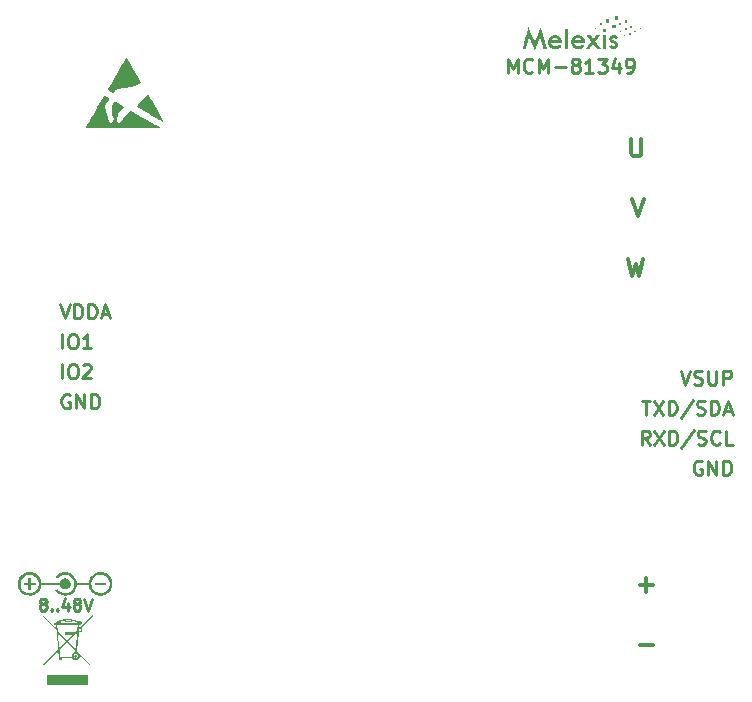
<source format=gbr>
%TF.GenerationSoftware,KiCad,Pcbnew,9.0.6-9.0.6~ubuntu24.04.1*%
%TF.CreationDate,2025-12-14T15:25:01+01:00*%
%TF.ProjectId,MCM-81349,4d434d2d-3831-4333-9439-2e6b69636164,rev?*%
%TF.SameCoordinates,Original*%
%TF.FileFunction,OtherDrawing,Comment*%
%FSLAX46Y46*%
G04 Gerber Fmt 4.6, Leading zero omitted, Abs format (unit mm)*
G04 Created by KiCad (PCBNEW 9.0.6-9.0.6~ubuntu24.04.1) date 2025-12-14 15:25:01*
%MOMM*%
%LPD*%
G01*
G04 APERTURE LIST*
%ADD10C,0.250000*%
%ADD11C,0.375000*%
%ADD12C,0.000000*%
%ADD13C,0.010000*%
G04 APERTURE END LIST*
D10*
X116521241Y-75342142D02*
X116921241Y-76542142D01*
X116921241Y-76542142D02*
X117321241Y-75342142D01*
X117664098Y-76485000D02*
X117835527Y-76542142D01*
X117835527Y-76542142D02*
X118121241Y-76542142D01*
X118121241Y-76542142D02*
X118235527Y-76485000D01*
X118235527Y-76485000D02*
X118292669Y-76427857D01*
X118292669Y-76427857D02*
X118349812Y-76313571D01*
X118349812Y-76313571D02*
X118349812Y-76199285D01*
X118349812Y-76199285D02*
X118292669Y-76085000D01*
X118292669Y-76085000D02*
X118235527Y-76027857D01*
X118235527Y-76027857D02*
X118121241Y-75970714D01*
X118121241Y-75970714D02*
X117892669Y-75913571D01*
X117892669Y-75913571D02*
X117778384Y-75856428D01*
X117778384Y-75856428D02*
X117721241Y-75799285D01*
X117721241Y-75799285D02*
X117664098Y-75685000D01*
X117664098Y-75685000D02*
X117664098Y-75570714D01*
X117664098Y-75570714D02*
X117721241Y-75456428D01*
X117721241Y-75456428D02*
X117778384Y-75399285D01*
X117778384Y-75399285D02*
X117892669Y-75342142D01*
X117892669Y-75342142D02*
X118178384Y-75342142D01*
X118178384Y-75342142D02*
X118349812Y-75399285D01*
X118864098Y-75342142D02*
X118864098Y-76313571D01*
X118864098Y-76313571D02*
X118921241Y-76427857D01*
X118921241Y-76427857D02*
X118978384Y-76485000D01*
X118978384Y-76485000D02*
X119092669Y-76542142D01*
X119092669Y-76542142D02*
X119321241Y-76542142D01*
X119321241Y-76542142D02*
X119435526Y-76485000D01*
X119435526Y-76485000D02*
X119492669Y-76427857D01*
X119492669Y-76427857D02*
X119549812Y-76313571D01*
X119549812Y-76313571D02*
X119549812Y-75342142D01*
X120121241Y-76542142D02*
X120121241Y-75342142D01*
X120121241Y-75342142D02*
X120578384Y-75342142D01*
X120578384Y-75342142D02*
X120692669Y-75399285D01*
X120692669Y-75399285D02*
X120749812Y-75456428D01*
X120749812Y-75456428D02*
X120806955Y-75570714D01*
X120806955Y-75570714D02*
X120806955Y-75742142D01*
X120806955Y-75742142D02*
X120749812Y-75856428D01*
X120749812Y-75856428D02*
X120692669Y-75913571D01*
X120692669Y-75913571D02*
X120578384Y-75970714D01*
X120578384Y-75970714D02*
X120121241Y-75970714D01*
D11*
X112339003Y-55714428D02*
X112339003Y-56928714D01*
X112339003Y-56928714D02*
X112410432Y-57071571D01*
X112410432Y-57071571D02*
X112481861Y-57143000D01*
X112481861Y-57143000D02*
X112624718Y-57214428D01*
X112624718Y-57214428D02*
X112910432Y-57214428D01*
X112910432Y-57214428D02*
X113053289Y-57143000D01*
X113053289Y-57143000D02*
X113124718Y-57071571D01*
X113124718Y-57071571D02*
X113196146Y-56928714D01*
X113196146Y-56928714D02*
X113196146Y-55714428D01*
D10*
X64778758Y-77399285D02*
X64664473Y-77342142D01*
X64664473Y-77342142D02*
X64493044Y-77342142D01*
X64493044Y-77342142D02*
X64321615Y-77399285D01*
X64321615Y-77399285D02*
X64207330Y-77513571D01*
X64207330Y-77513571D02*
X64150187Y-77627857D01*
X64150187Y-77627857D02*
X64093044Y-77856428D01*
X64093044Y-77856428D02*
X64093044Y-78027857D01*
X64093044Y-78027857D02*
X64150187Y-78256428D01*
X64150187Y-78256428D02*
X64207330Y-78370714D01*
X64207330Y-78370714D02*
X64321615Y-78485000D01*
X64321615Y-78485000D02*
X64493044Y-78542142D01*
X64493044Y-78542142D02*
X64607330Y-78542142D01*
X64607330Y-78542142D02*
X64778758Y-78485000D01*
X64778758Y-78485000D02*
X64835901Y-78427857D01*
X64835901Y-78427857D02*
X64835901Y-78027857D01*
X64835901Y-78027857D02*
X64607330Y-78027857D01*
X65350187Y-78542142D02*
X65350187Y-77342142D01*
X65350187Y-77342142D02*
X66035901Y-78542142D01*
X66035901Y-78542142D02*
X66035901Y-77342142D01*
X66607330Y-78542142D02*
X66607330Y-77342142D01*
X66607330Y-77342142D02*
X66893044Y-77342142D01*
X66893044Y-77342142D02*
X67064473Y-77399285D01*
X67064473Y-77399285D02*
X67178758Y-77513571D01*
X67178758Y-77513571D02*
X67235901Y-77627857D01*
X67235901Y-77627857D02*
X67293044Y-77856428D01*
X67293044Y-77856428D02*
X67293044Y-78027857D01*
X67293044Y-78027857D02*
X67235901Y-78256428D01*
X67235901Y-78256428D02*
X67178758Y-78370714D01*
X67178758Y-78370714D02*
X67064473Y-78485000D01*
X67064473Y-78485000D02*
X66893044Y-78542142D01*
X66893044Y-78542142D02*
X66607330Y-78542142D01*
X64150187Y-73462142D02*
X64150187Y-72262142D01*
X64950187Y-72262142D02*
X65178759Y-72262142D01*
X65178759Y-72262142D02*
X65293044Y-72319285D01*
X65293044Y-72319285D02*
X65407330Y-72433571D01*
X65407330Y-72433571D02*
X65464473Y-72662142D01*
X65464473Y-72662142D02*
X65464473Y-73062142D01*
X65464473Y-73062142D02*
X65407330Y-73290714D01*
X65407330Y-73290714D02*
X65293044Y-73405000D01*
X65293044Y-73405000D02*
X65178759Y-73462142D01*
X65178759Y-73462142D02*
X64950187Y-73462142D01*
X64950187Y-73462142D02*
X64835902Y-73405000D01*
X64835902Y-73405000D02*
X64721616Y-73290714D01*
X64721616Y-73290714D02*
X64664473Y-73062142D01*
X64664473Y-73062142D02*
X64664473Y-72662142D01*
X64664473Y-72662142D02*
X64721616Y-72433571D01*
X64721616Y-72433571D02*
X64835902Y-72319285D01*
X64835902Y-72319285D02*
X64950187Y-72262142D01*
X66607330Y-73462142D02*
X65921616Y-73462142D01*
X66264473Y-73462142D02*
X66264473Y-72262142D01*
X66264473Y-72262142D02*
X66150187Y-72433571D01*
X66150187Y-72433571D02*
X66035902Y-72547857D01*
X66035902Y-72547857D02*
X65921616Y-72605000D01*
X64150187Y-76002142D02*
X64150187Y-74802142D01*
X64950187Y-74802142D02*
X65178759Y-74802142D01*
X65178759Y-74802142D02*
X65293044Y-74859285D01*
X65293044Y-74859285D02*
X65407330Y-74973571D01*
X65407330Y-74973571D02*
X65464473Y-75202142D01*
X65464473Y-75202142D02*
X65464473Y-75602142D01*
X65464473Y-75602142D02*
X65407330Y-75830714D01*
X65407330Y-75830714D02*
X65293044Y-75945000D01*
X65293044Y-75945000D02*
X65178759Y-76002142D01*
X65178759Y-76002142D02*
X64950187Y-76002142D01*
X64950187Y-76002142D02*
X64835902Y-75945000D01*
X64835902Y-75945000D02*
X64721616Y-75830714D01*
X64721616Y-75830714D02*
X64664473Y-75602142D01*
X64664473Y-75602142D02*
X64664473Y-75202142D01*
X64664473Y-75202142D02*
X64721616Y-74973571D01*
X64721616Y-74973571D02*
X64835902Y-74859285D01*
X64835902Y-74859285D02*
X64950187Y-74802142D01*
X65921616Y-74916428D02*
X65978759Y-74859285D01*
X65978759Y-74859285D02*
X66093045Y-74802142D01*
X66093045Y-74802142D02*
X66378759Y-74802142D01*
X66378759Y-74802142D02*
X66493045Y-74859285D01*
X66493045Y-74859285D02*
X66550187Y-74916428D01*
X66550187Y-74916428D02*
X66607330Y-75030714D01*
X66607330Y-75030714D02*
X66607330Y-75145000D01*
X66607330Y-75145000D02*
X66550187Y-75316428D01*
X66550187Y-75316428D02*
X65864473Y-76002142D01*
X65864473Y-76002142D02*
X66607330Y-76002142D01*
X101914286Y-50142142D02*
X101914286Y-48942142D01*
X101914286Y-48942142D02*
X102314286Y-49799285D01*
X102314286Y-49799285D02*
X102714286Y-48942142D01*
X102714286Y-48942142D02*
X102714286Y-50142142D01*
X103971429Y-50027857D02*
X103914286Y-50085000D01*
X103914286Y-50085000D02*
X103742858Y-50142142D01*
X103742858Y-50142142D02*
X103628572Y-50142142D01*
X103628572Y-50142142D02*
X103457143Y-50085000D01*
X103457143Y-50085000D02*
X103342858Y-49970714D01*
X103342858Y-49970714D02*
X103285715Y-49856428D01*
X103285715Y-49856428D02*
X103228572Y-49627857D01*
X103228572Y-49627857D02*
X103228572Y-49456428D01*
X103228572Y-49456428D02*
X103285715Y-49227857D01*
X103285715Y-49227857D02*
X103342858Y-49113571D01*
X103342858Y-49113571D02*
X103457143Y-48999285D01*
X103457143Y-48999285D02*
X103628572Y-48942142D01*
X103628572Y-48942142D02*
X103742858Y-48942142D01*
X103742858Y-48942142D02*
X103914286Y-48999285D01*
X103914286Y-48999285D02*
X103971429Y-49056428D01*
X104485715Y-50142142D02*
X104485715Y-48942142D01*
X104485715Y-48942142D02*
X104885715Y-49799285D01*
X104885715Y-49799285D02*
X105285715Y-48942142D01*
X105285715Y-48942142D02*
X105285715Y-50142142D01*
X105857144Y-49685000D02*
X106771430Y-49685000D01*
X107514286Y-49456428D02*
X107400001Y-49399285D01*
X107400001Y-49399285D02*
X107342858Y-49342142D01*
X107342858Y-49342142D02*
X107285715Y-49227857D01*
X107285715Y-49227857D02*
X107285715Y-49170714D01*
X107285715Y-49170714D02*
X107342858Y-49056428D01*
X107342858Y-49056428D02*
X107400001Y-48999285D01*
X107400001Y-48999285D02*
X107514286Y-48942142D01*
X107514286Y-48942142D02*
X107742858Y-48942142D01*
X107742858Y-48942142D02*
X107857144Y-48999285D01*
X107857144Y-48999285D02*
X107914286Y-49056428D01*
X107914286Y-49056428D02*
X107971429Y-49170714D01*
X107971429Y-49170714D02*
X107971429Y-49227857D01*
X107971429Y-49227857D02*
X107914286Y-49342142D01*
X107914286Y-49342142D02*
X107857144Y-49399285D01*
X107857144Y-49399285D02*
X107742858Y-49456428D01*
X107742858Y-49456428D02*
X107514286Y-49456428D01*
X107514286Y-49456428D02*
X107400001Y-49513571D01*
X107400001Y-49513571D02*
X107342858Y-49570714D01*
X107342858Y-49570714D02*
X107285715Y-49685000D01*
X107285715Y-49685000D02*
X107285715Y-49913571D01*
X107285715Y-49913571D02*
X107342858Y-50027857D01*
X107342858Y-50027857D02*
X107400001Y-50085000D01*
X107400001Y-50085000D02*
X107514286Y-50142142D01*
X107514286Y-50142142D02*
X107742858Y-50142142D01*
X107742858Y-50142142D02*
X107857144Y-50085000D01*
X107857144Y-50085000D02*
X107914286Y-50027857D01*
X107914286Y-50027857D02*
X107971429Y-49913571D01*
X107971429Y-49913571D02*
X107971429Y-49685000D01*
X107971429Y-49685000D02*
X107914286Y-49570714D01*
X107914286Y-49570714D02*
X107857144Y-49513571D01*
X107857144Y-49513571D02*
X107742858Y-49456428D01*
X109114286Y-50142142D02*
X108428572Y-50142142D01*
X108771429Y-50142142D02*
X108771429Y-48942142D01*
X108771429Y-48942142D02*
X108657143Y-49113571D01*
X108657143Y-49113571D02*
X108542858Y-49227857D01*
X108542858Y-49227857D02*
X108428572Y-49285000D01*
X109514286Y-48942142D02*
X110257143Y-48942142D01*
X110257143Y-48942142D02*
X109857143Y-49399285D01*
X109857143Y-49399285D02*
X110028572Y-49399285D01*
X110028572Y-49399285D02*
X110142858Y-49456428D01*
X110142858Y-49456428D02*
X110200000Y-49513571D01*
X110200000Y-49513571D02*
X110257143Y-49627857D01*
X110257143Y-49627857D02*
X110257143Y-49913571D01*
X110257143Y-49913571D02*
X110200000Y-50027857D01*
X110200000Y-50027857D02*
X110142858Y-50085000D01*
X110142858Y-50085000D02*
X110028572Y-50142142D01*
X110028572Y-50142142D02*
X109685715Y-50142142D01*
X109685715Y-50142142D02*
X109571429Y-50085000D01*
X109571429Y-50085000D02*
X109514286Y-50027857D01*
X111285715Y-49342142D02*
X111285715Y-50142142D01*
X111000000Y-48885000D02*
X110714286Y-49742142D01*
X110714286Y-49742142D02*
X111457143Y-49742142D01*
X111971429Y-50142142D02*
X112200000Y-50142142D01*
X112200000Y-50142142D02*
X112314286Y-50085000D01*
X112314286Y-50085000D02*
X112371429Y-50027857D01*
X112371429Y-50027857D02*
X112485714Y-49856428D01*
X112485714Y-49856428D02*
X112542857Y-49627857D01*
X112542857Y-49627857D02*
X112542857Y-49170714D01*
X112542857Y-49170714D02*
X112485714Y-49056428D01*
X112485714Y-49056428D02*
X112428572Y-48999285D01*
X112428572Y-48999285D02*
X112314286Y-48942142D01*
X112314286Y-48942142D02*
X112085714Y-48942142D01*
X112085714Y-48942142D02*
X111971429Y-48999285D01*
X111971429Y-48999285D02*
X111914286Y-49056428D01*
X111914286Y-49056428D02*
X111857143Y-49170714D01*
X111857143Y-49170714D02*
X111857143Y-49456428D01*
X111857143Y-49456428D02*
X111914286Y-49570714D01*
X111914286Y-49570714D02*
X111971429Y-49627857D01*
X111971429Y-49627857D02*
X112085714Y-49685000D01*
X112085714Y-49685000D02*
X112314286Y-49685000D01*
X112314286Y-49685000D02*
X112428572Y-49627857D01*
X112428572Y-49627857D02*
X112485714Y-49570714D01*
X112485714Y-49570714D02*
X112542857Y-49456428D01*
X113892669Y-81622142D02*
X113492669Y-81050714D01*
X113206955Y-81622142D02*
X113206955Y-80422142D01*
X113206955Y-80422142D02*
X113664098Y-80422142D01*
X113664098Y-80422142D02*
X113778383Y-80479285D01*
X113778383Y-80479285D02*
X113835526Y-80536428D01*
X113835526Y-80536428D02*
X113892669Y-80650714D01*
X113892669Y-80650714D02*
X113892669Y-80822142D01*
X113892669Y-80822142D02*
X113835526Y-80936428D01*
X113835526Y-80936428D02*
X113778383Y-80993571D01*
X113778383Y-80993571D02*
X113664098Y-81050714D01*
X113664098Y-81050714D02*
X113206955Y-81050714D01*
X114292669Y-80422142D02*
X115092669Y-81622142D01*
X115092669Y-80422142D02*
X114292669Y-81622142D01*
X115549812Y-81622142D02*
X115549812Y-80422142D01*
X115549812Y-80422142D02*
X115835526Y-80422142D01*
X115835526Y-80422142D02*
X116006955Y-80479285D01*
X116006955Y-80479285D02*
X116121240Y-80593571D01*
X116121240Y-80593571D02*
X116178383Y-80707857D01*
X116178383Y-80707857D02*
X116235526Y-80936428D01*
X116235526Y-80936428D02*
X116235526Y-81107857D01*
X116235526Y-81107857D02*
X116178383Y-81336428D01*
X116178383Y-81336428D02*
X116121240Y-81450714D01*
X116121240Y-81450714D02*
X116006955Y-81565000D01*
X116006955Y-81565000D02*
X115835526Y-81622142D01*
X115835526Y-81622142D02*
X115549812Y-81622142D01*
X117606955Y-80365000D02*
X116578383Y-81907857D01*
X117949812Y-81565000D02*
X118121241Y-81622142D01*
X118121241Y-81622142D02*
X118406955Y-81622142D01*
X118406955Y-81622142D02*
X118521241Y-81565000D01*
X118521241Y-81565000D02*
X118578383Y-81507857D01*
X118578383Y-81507857D02*
X118635526Y-81393571D01*
X118635526Y-81393571D02*
X118635526Y-81279285D01*
X118635526Y-81279285D02*
X118578383Y-81165000D01*
X118578383Y-81165000D02*
X118521241Y-81107857D01*
X118521241Y-81107857D02*
X118406955Y-81050714D01*
X118406955Y-81050714D02*
X118178383Y-80993571D01*
X118178383Y-80993571D02*
X118064098Y-80936428D01*
X118064098Y-80936428D02*
X118006955Y-80879285D01*
X118006955Y-80879285D02*
X117949812Y-80765000D01*
X117949812Y-80765000D02*
X117949812Y-80650714D01*
X117949812Y-80650714D02*
X118006955Y-80536428D01*
X118006955Y-80536428D02*
X118064098Y-80479285D01*
X118064098Y-80479285D02*
X118178383Y-80422142D01*
X118178383Y-80422142D02*
X118464098Y-80422142D01*
X118464098Y-80422142D02*
X118635526Y-80479285D01*
X119835526Y-81507857D02*
X119778383Y-81565000D01*
X119778383Y-81565000D02*
X119606955Y-81622142D01*
X119606955Y-81622142D02*
X119492669Y-81622142D01*
X119492669Y-81622142D02*
X119321240Y-81565000D01*
X119321240Y-81565000D02*
X119206955Y-81450714D01*
X119206955Y-81450714D02*
X119149812Y-81336428D01*
X119149812Y-81336428D02*
X119092669Y-81107857D01*
X119092669Y-81107857D02*
X119092669Y-80936428D01*
X119092669Y-80936428D02*
X119149812Y-80707857D01*
X119149812Y-80707857D02*
X119206955Y-80593571D01*
X119206955Y-80593571D02*
X119321240Y-80479285D01*
X119321240Y-80479285D02*
X119492669Y-80422142D01*
X119492669Y-80422142D02*
X119606955Y-80422142D01*
X119606955Y-80422142D02*
X119778383Y-80479285D01*
X119778383Y-80479285D02*
X119835526Y-80536428D01*
X120921240Y-81622142D02*
X120349812Y-81622142D01*
X120349812Y-81622142D02*
X120349812Y-80422142D01*
D11*
X112053289Y-65874428D02*
X112410432Y-67374428D01*
X112410432Y-67374428D02*
X112696146Y-66303000D01*
X112696146Y-66303000D02*
X112981861Y-67374428D01*
X112981861Y-67374428D02*
X113339004Y-65874428D01*
X113053289Y-93523000D02*
X114196147Y-93523000D01*
X113624718Y-94094428D02*
X113624718Y-92951571D01*
D10*
X113264098Y-77882142D02*
X113949813Y-77882142D01*
X113606955Y-79082142D02*
X113606955Y-77882142D01*
X114235527Y-77882142D02*
X115035527Y-79082142D01*
X115035527Y-77882142D02*
X114235527Y-79082142D01*
X115492670Y-79082142D02*
X115492670Y-77882142D01*
X115492670Y-77882142D02*
X115778384Y-77882142D01*
X115778384Y-77882142D02*
X115949813Y-77939285D01*
X115949813Y-77939285D02*
X116064098Y-78053571D01*
X116064098Y-78053571D02*
X116121241Y-78167857D01*
X116121241Y-78167857D02*
X116178384Y-78396428D01*
X116178384Y-78396428D02*
X116178384Y-78567857D01*
X116178384Y-78567857D02*
X116121241Y-78796428D01*
X116121241Y-78796428D02*
X116064098Y-78910714D01*
X116064098Y-78910714D02*
X115949813Y-79025000D01*
X115949813Y-79025000D02*
X115778384Y-79082142D01*
X115778384Y-79082142D02*
X115492670Y-79082142D01*
X117549813Y-77825000D02*
X116521241Y-79367857D01*
X117892670Y-79025000D02*
X118064099Y-79082142D01*
X118064099Y-79082142D02*
X118349813Y-79082142D01*
X118349813Y-79082142D02*
X118464099Y-79025000D01*
X118464099Y-79025000D02*
X118521241Y-78967857D01*
X118521241Y-78967857D02*
X118578384Y-78853571D01*
X118578384Y-78853571D02*
X118578384Y-78739285D01*
X118578384Y-78739285D02*
X118521241Y-78625000D01*
X118521241Y-78625000D02*
X118464099Y-78567857D01*
X118464099Y-78567857D02*
X118349813Y-78510714D01*
X118349813Y-78510714D02*
X118121241Y-78453571D01*
X118121241Y-78453571D02*
X118006956Y-78396428D01*
X118006956Y-78396428D02*
X117949813Y-78339285D01*
X117949813Y-78339285D02*
X117892670Y-78225000D01*
X117892670Y-78225000D02*
X117892670Y-78110714D01*
X117892670Y-78110714D02*
X117949813Y-77996428D01*
X117949813Y-77996428D02*
X118006956Y-77939285D01*
X118006956Y-77939285D02*
X118121241Y-77882142D01*
X118121241Y-77882142D02*
X118406956Y-77882142D01*
X118406956Y-77882142D02*
X118578384Y-77939285D01*
X119092670Y-79082142D02*
X119092670Y-77882142D01*
X119092670Y-77882142D02*
X119378384Y-77882142D01*
X119378384Y-77882142D02*
X119549813Y-77939285D01*
X119549813Y-77939285D02*
X119664098Y-78053571D01*
X119664098Y-78053571D02*
X119721241Y-78167857D01*
X119721241Y-78167857D02*
X119778384Y-78396428D01*
X119778384Y-78396428D02*
X119778384Y-78567857D01*
X119778384Y-78567857D02*
X119721241Y-78796428D01*
X119721241Y-78796428D02*
X119664098Y-78910714D01*
X119664098Y-78910714D02*
X119549813Y-79025000D01*
X119549813Y-79025000D02*
X119378384Y-79082142D01*
X119378384Y-79082142D02*
X119092670Y-79082142D01*
X120235527Y-78739285D02*
X120806956Y-78739285D01*
X120121241Y-79082142D02*
X120521241Y-77882142D01*
X120521241Y-77882142D02*
X120921241Y-79082142D01*
D11*
X112410433Y-60794428D02*
X112910433Y-62294428D01*
X112910433Y-62294428D02*
X113410433Y-60794428D01*
D10*
X62447619Y-95093190D02*
X62352381Y-95045571D01*
X62352381Y-95045571D02*
X62304762Y-94997952D01*
X62304762Y-94997952D02*
X62257143Y-94902714D01*
X62257143Y-94902714D02*
X62257143Y-94855095D01*
X62257143Y-94855095D02*
X62304762Y-94759857D01*
X62304762Y-94759857D02*
X62352381Y-94712238D01*
X62352381Y-94712238D02*
X62447619Y-94664619D01*
X62447619Y-94664619D02*
X62638095Y-94664619D01*
X62638095Y-94664619D02*
X62733333Y-94712238D01*
X62733333Y-94712238D02*
X62780952Y-94759857D01*
X62780952Y-94759857D02*
X62828571Y-94855095D01*
X62828571Y-94855095D02*
X62828571Y-94902714D01*
X62828571Y-94902714D02*
X62780952Y-94997952D01*
X62780952Y-94997952D02*
X62733333Y-95045571D01*
X62733333Y-95045571D02*
X62638095Y-95093190D01*
X62638095Y-95093190D02*
X62447619Y-95093190D01*
X62447619Y-95093190D02*
X62352381Y-95140809D01*
X62352381Y-95140809D02*
X62304762Y-95188428D01*
X62304762Y-95188428D02*
X62257143Y-95283666D01*
X62257143Y-95283666D02*
X62257143Y-95474142D01*
X62257143Y-95474142D02*
X62304762Y-95569380D01*
X62304762Y-95569380D02*
X62352381Y-95617000D01*
X62352381Y-95617000D02*
X62447619Y-95664619D01*
X62447619Y-95664619D02*
X62638095Y-95664619D01*
X62638095Y-95664619D02*
X62733333Y-95617000D01*
X62733333Y-95617000D02*
X62780952Y-95569380D01*
X62780952Y-95569380D02*
X62828571Y-95474142D01*
X62828571Y-95474142D02*
X62828571Y-95283666D01*
X62828571Y-95283666D02*
X62780952Y-95188428D01*
X62780952Y-95188428D02*
X62733333Y-95140809D01*
X62733333Y-95140809D02*
X62638095Y-95093190D01*
X63257143Y-95569380D02*
X63304762Y-95617000D01*
X63304762Y-95617000D02*
X63257143Y-95664619D01*
X63257143Y-95664619D02*
X63209524Y-95617000D01*
X63209524Y-95617000D02*
X63257143Y-95569380D01*
X63257143Y-95569380D02*
X63257143Y-95664619D01*
X63733333Y-95569380D02*
X63780952Y-95617000D01*
X63780952Y-95617000D02*
X63733333Y-95664619D01*
X63733333Y-95664619D02*
X63685714Y-95617000D01*
X63685714Y-95617000D02*
X63733333Y-95569380D01*
X63733333Y-95569380D02*
X63733333Y-95664619D01*
X64638094Y-94997952D02*
X64638094Y-95664619D01*
X64399999Y-94617000D02*
X64161904Y-95331285D01*
X64161904Y-95331285D02*
X64780951Y-95331285D01*
X65304761Y-95093190D02*
X65209523Y-95045571D01*
X65209523Y-95045571D02*
X65161904Y-94997952D01*
X65161904Y-94997952D02*
X65114285Y-94902714D01*
X65114285Y-94902714D02*
X65114285Y-94855095D01*
X65114285Y-94855095D02*
X65161904Y-94759857D01*
X65161904Y-94759857D02*
X65209523Y-94712238D01*
X65209523Y-94712238D02*
X65304761Y-94664619D01*
X65304761Y-94664619D02*
X65495237Y-94664619D01*
X65495237Y-94664619D02*
X65590475Y-94712238D01*
X65590475Y-94712238D02*
X65638094Y-94759857D01*
X65638094Y-94759857D02*
X65685713Y-94855095D01*
X65685713Y-94855095D02*
X65685713Y-94902714D01*
X65685713Y-94902714D02*
X65638094Y-94997952D01*
X65638094Y-94997952D02*
X65590475Y-95045571D01*
X65590475Y-95045571D02*
X65495237Y-95093190D01*
X65495237Y-95093190D02*
X65304761Y-95093190D01*
X65304761Y-95093190D02*
X65209523Y-95140809D01*
X65209523Y-95140809D02*
X65161904Y-95188428D01*
X65161904Y-95188428D02*
X65114285Y-95283666D01*
X65114285Y-95283666D02*
X65114285Y-95474142D01*
X65114285Y-95474142D02*
X65161904Y-95569380D01*
X65161904Y-95569380D02*
X65209523Y-95617000D01*
X65209523Y-95617000D02*
X65304761Y-95664619D01*
X65304761Y-95664619D02*
X65495237Y-95664619D01*
X65495237Y-95664619D02*
X65590475Y-95617000D01*
X65590475Y-95617000D02*
X65638094Y-95569380D01*
X65638094Y-95569380D02*
X65685713Y-95474142D01*
X65685713Y-95474142D02*
X65685713Y-95283666D01*
X65685713Y-95283666D02*
X65638094Y-95188428D01*
X65638094Y-95188428D02*
X65590475Y-95140809D01*
X65590475Y-95140809D02*
X65495237Y-95093190D01*
X65971428Y-94664619D02*
X66304761Y-95664619D01*
X66304761Y-95664619D02*
X66638094Y-94664619D01*
X118292669Y-83019285D02*
X118178384Y-82962142D01*
X118178384Y-82962142D02*
X118006955Y-82962142D01*
X118006955Y-82962142D02*
X117835526Y-83019285D01*
X117835526Y-83019285D02*
X117721241Y-83133571D01*
X117721241Y-83133571D02*
X117664098Y-83247857D01*
X117664098Y-83247857D02*
X117606955Y-83476428D01*
X117606955Y-83476428D02*
X117606955Y-83647857D01*
X117606955Y-83647857D02*
X117664098Y-83876428D01*
X117664098Y-83876428D02*
X117721241Y-83990714D01*
X117721241Y-83990714D02*
X117835526Y-84105000D01*
X117835526Y-84105000D02*
X118006955Y-84162142D01*
X118006955Y-84162142D02*
X118121241Y-84162142D01*
X118121241Y-84162142D02*
X118292669Y-84105000D01*
X118292669Y-84105000D02*
X118349812Y-84047857D01*
X118349812Y-84047857D02*
X118349812Y-83647857D01*
X118349812Y-83647857D02*
X118121241Y-83647857D01*
X118864098Y-84162142D02*
X118864098Y-82962142D01*
X118864098Y-82962142D02*
X119549812Y-84162142D01*
X119549812Y-84162142D02*
X119549812Y-82962142D01*
X120121241Y-84162142D02*
X120121241Y-82962142D01*
X120121241Y-82962142D02*
X120406955Y-82962142D01*
X120406955Y-82962142D02*
X120578384Y-83019285D01*
X120578384Y-83019285D02*
X120692669Y-83133571D01*
X120692669Y-83133571D02*
X120749812Y-83247857D01*
X120749812Y-83247857D02*
X120806955Y-83476428D01*
X120806955Y-83476428D02*
X120806955Y-83647857D01*
X120806955Y-83647857D02*
X120749812Y-83876428D01*
X120749812Y-83876428D02*
X120692669Y-83990714D01*
X120692669Y-83990714D02*
X120578384Y-84105000D01*
X120578384Y-84105000D02*
X120406955Y-84162142D01*
X120406955Y-84162142D02*
X120121241Y-84162142D01*
X63978758Y-69722142D02*
X64378758Y-70922142D01*
X64378758Y-70922142D02*
X64778758Y-69722142D01*
X65178758Y-70922142D02*
X65178758Y-69722142D01*
X65178758Y-69722142D02*
X65464472Y-69722142D01*
X65464472Y-69722142D02*
X65635901Y-69779285D01*
X65635901Y-69779285D02*
X65750186Y-69893571D01*
X65750186Y-69893571D02*
X65807329Y-70007857D01*
X65807329Y-70007857D02*
X65864472Y-70236428D01*
X65864472Y-70236428D02*
X65864472Y-70407857D01*
X65864472Y-70407857D02*
X65807329Y-70636428D01*
X65807329Y-70636428D02*
X65750186Y-70750714D01*
X65750186Y-70750714D02*
X65635901Y-70865000D01*
X65635901Y-70865000D02*
X65464472Y-70922142D01*
X65464472Y-70922142D02*
X65178758Y-70922142D01*
X66378758Y-70922142D02*
X66378758Y-69722142D01*
X66378758Y-69722142D02*
X66664472Y-69722142D01*
X66664472Y-69722142D02*
X66835901Y-69779285D01*
X66835901Y-69779285D02*
X66950186Y-69893571D01*
X66950186Y-69893571D02*
X67007329Y-70007857D01*
X67007329Y-70007857D02*
X67064472Y-70236428D01*
X67064472Y-70236428D02*
X67064472Y-70407857D01*
X67064472Y-70407857D02*
X67007329Y-70636428D01*
X67007329Y-70636428D02*
X66950186Y-70750714D01*
X66950186Y-70750714D02*
X66835901Y-70865000D01*
X66835901Y-70865000D02*
X66664472Y-70922142D01*
X66664472Y-70922142D02*
X66378758Y-70922142D01*
X67521615Y-70579285D02*
X68093044Y-70579285D01*
X67407329Y-70922142D02*
X67807329Y-69722142D01*
X67807329Y-69722142D02*
X68207329Y-70922142D01*
D11*
X113053289Y-98603000D02*
X114196147Y-98603000D01*
D12*
%TO.C,REF\u002A\u002A*%
G36*
X66329339Y-101992414D02*
G01*
X62833777Y-101992414D01*
X62833777Y-101141218D01*
X66329339Y-101141218D01*
X66329339Y-101992414D01*
G37*
G36*
X65309894Y-99410495D02*
G01*
X65315855Y-99410949D01*
X65321729Y-99411695D01*
X65327508Y-99412727D01*
X65333187Y-99414038D01*
X65338756Y-99415620D01*
X65344210Y-99417465D01*
X65349540Y-99419567D01*
X65354739Y-99421917D01*
X65359800Y-99424509D01*
X65364715Y-99427336D01*
X65369477Y-99430389D01*
X65374079Y-99433661D01*
X65378513Y-99437146D01*
X65382772Y-99440835D01*
X65386848Y-99444721D01*
X65390735Y-99448798D01*
X65394424Y-99453057D01*
X65397908Y-99457491D01*
X65401181Y-99462093D01*
X65404234Y-99466855D01*
X65407060Y-99471770D01*
X65409652Y-99476831D01*
X65412003Y-99482030D01*
X65414105Y-99487360D01*
X65415950Y-99492813D01*
X65417532Y-99498383D01*
X65418842Y-99504061D01*
X65419875Y-99509841D01*
X65420621Y-99515715D01*
X65421074Y-99521675D01*
X65421227Y-99527715D01*
X65421074Y-99533755D01*
X65420621Y-99539715D01*
X65419875Y-99545589D01*
X65418842Y-99551368D01*
X65417532Y-99557046D01*
X65415950Y-99562616D01*
X65414105Y-99568069D01*
X65412003Y-99573399D01*
X65409652Y-99578597D01*
X65407060Y-99583658D01*
X65404234Y-99588573D01*
X65401181Y-99593334D01*
X65397908Y-99597936D01*
X65394424Y-99602369D01*
X65390735Y-99606628D01*
X65386848Y-99610703D01*
X65382772Y-99614589D01*
X65378513Y-99618278D01*
X65374079Y-99621762D01*
X65369477Y-99625034D01*
X65364715Y-99628087D01*
X65359800Y-99630913D01*
X65354739Y-99633504D01*
X65349540Y-99635855D01*
X65344210Y-99637956D01*
X65338756Y-99639801D01*
X65333187Y-99641383D01*
X65327508Y-99642693D01*
X65321729Y-99643725D01*
X65315855Y-99644471D01*
X65309894Y-99644925D01*
X65303855Y-99645077D01*
X65297815Y-99644925D01*
X65291855Y-99644471D01*
X65285981Y-99643725D01*
X65280201Y-99642693D01*
X65274523Y-99641383D01*
X65268953Y-99639801D01*
X65263500Y-99637956D01*
X65258170Y-99635855D01*
X65252970Y-99633504D01*
X65247910Y-99630913D01*
X65242994Y-99628087D01*
X65238232Y-99625034D01*
X65233630Y-99621762D01*
X65229196Y-99618278D01*
X65224937Y-99614589D01*
X65220861Y-99610703D01*
X65216975Y-99606628D01*
X65213285Y-99602369D01*
X65209801Y-99597936D01*
X65206528Y-99593334D01*
X65203475Y-99588572D01*
X65200649Y-99583658D01*
X65198057Y-99578597D01*
X65195706Y-99573399D01*
X65193605Y-99568069D01*
X65191759Y-99562616D01*
X65190178Y-99557046D01*
X65188867Y-99551368D01*
X65187835Y-99545589D01*
X65187088Y-99539715D01*
X65186635Y-99533755D01*
X65186482Y-99527715D01*
X65186635Y-99521676D01*
X65187088Y-99515715D01*
X65187835Y-99509841D01*
X65188867Y-99504062D01*
X65190178Y-99498383D01*
X65191759Y-99492814D01*
X65193605Y-99487360D01*
X65195706Y-99482030D01*
X65198057Y-99476831D01*
X65200649Y-99471770D01*
X65203475Y-99466855D01*
X65206528Y-99462093D01*
X65209801Y-99457491D01*
X65213285Y-99453057D01*
X65216975Y-99448798D01*
X65220861Y-99444722D01*
X65224937Y-99440835D01*
X65229196Y-99437146D01*
X65233630Y-99433661D01*
X65238232Y-99430389D01*
X65242994Y-99427336D01*
X65247910Y-99424510D01*
X65252970Y-99421917D01*
X65258170Y-99419567D01*
X65263500Y-99417465D01*
X65268953Y-99415620D01*
X65274523Y-99414038D01*
X65280201Y-99412727D01*
X65285981Y-99411695D01*
X65291855Y-99410949D01*
X65297815Y-99410495D01*
X65303855Y-99410343D01*
X65309894Y-99410495D01*
G37*
G36*
X66720808Y-96127235D02*
G01*
X65797785Y-97067430D01*
X65816999Y-97067430D01*
X65816999Y-97488117D01*
X65542209Y-97488117D01*
X65395478Y-99062478D01*
X66480875Y-100205587D01*
X66408868Y-100273925D01*
X65646551Y-99469773D01*
X65647664Y-99476862D01*
X65648634Y-99483998D01*
X65649459Y-99491180D01*
X65650138Y-99498405D01*
X65650669Y-99505672D01*
X65651050Y-99512981D01*
X65651280Y-99520329D01*
X65651357Y-99527715D01*
X65650905Y-99545598D01*
X65649563Y-99563246D01*
X65647353Y-99580637D01*
X65644297Y-99597750D01*
X65640417Y-99614562D01*
X65635734Y-99631052D01*
X65630271Y-99647198D01*
X65624049Y-99662979D01*
X65617090Y-99678371D01*
X65609416Y-99693355D01*
X65601049Y-99707907D01*
X65592010Y-99722005D01*
X65582322Y-99735629D01*
X65572006Y-99748756D01*
X65561084Y-99761365D01*
X65549578Y-99773433D01*
X65537510Y-99784938D01*
X65524902Y-99795860D01*
X65511774Y-99806176D01*
X65498150Y-99815864D01*
X65484052Y-99824902D01*
X65469500Y-99833269D01*
X65454516Y-99840942D01*
X65439124Y-99847901D01*
X65423344Y-99854123D01*
X65407198Y-99859586D01*
X65390708Y-99864268D01*
X65373896Y-99868148D01*
X65356784Y-99871204D01*
X65339393Y-99873413D01*
X65321746Y-99874755D01*
X65303864Y-99875207D01*
X65279092Y-99874338D01*
X65254788Y-99871769D01*
X65231012Y-99867559D01*
X65207821Y-99861766D01*
X65185276Y-99854449D01*
X65163433Y-99845666D01*
X65142352Y-99835475D01*
X65122091Y-99823936D01*
X65102709Y-99811106D01*
X65084264Y-99797045D01*
X65066814Y-99781810D01*
X65050419Y-99765460D01*
X65035136Y-99748054D01*
X65021024Y-99729649D01*
X65008143Y-99710305D01*
X64996549Y-99690080D01*
X64146771Y-99690080D01*
X64146771Y-99871608D01*
X63923196Y-99871608D01*
X63923196Y-99689617D01*
X63920746Y-99689211D01*
X63918305Y-99688684D01*
X63915879Y-99688039D01*
X63913471Y-99687282D01*
X63911085Y-99686415D01*
X63908726Y-99685442D01*
X63906396Y-99684366D01*
X63904101Y-99683192D01*
X63899629Y-99680563D01*
X63895342Y-99677582D01*
X63891272Y-99674280D01*
X63887450Y-99670687D01*
X63883909Y-99666830D01*
X63880680Y-99662739D01*
X63877795Y-99658445D01*
X63876492Y-99656230D01*
X63875287Y-99653975D01*
X63874184Y-99651684D01*
X63873188Y-99649360D01*
X63872301Y-99647007D01*
X63871528Y-99644628D01*
X63870874Y-99642228D01*
X63870341Y-99639809D01*
X63869934Y-99637377D01*
X63869658Y-99634933D01*
X63821921Y-99080073D01*
X62637530Y-100286503D01*
X62566728Y-100216928D01*
X63795348Y-98966662D01*
X63933250Y-98966662D01*
X63985100Y-99569440D01*
X64958826Y-99569440D01*
X64958252Y-99564297D01*
X64957752Y-99559133D01*
X64957327Y-99553946D01*
X64956978Y-99548740D01*
X64956706Y-99543512D01*
X64956510Y-99538265D01*
X64956392Y-99533000D01*
X64956352Y-99527715D01*
X65123131Y-99527715D01*
X65123366Y-99537015D01*
X65124064Y-99546193D01*
X65125213Y-99555237D01*
X65126802Y-99564136D01*
X65128820Y-99572880D01*
X65131255Y-99581456D01*
X65134096Y-99589853D01*
X65137332Y-99598060D01*
X65140951Y-99606065D01*
X65144942Y-99613857D01*
X65149293Y-99621425D01*
X65153994Y-99628758D01*
X65159032Y-99635844D01*
X65164397Y-99642671D01*
X65170077Y-99649228D01*
X65176061Y-99655505D01*
X65182337Y-99661489D01*
X65188895Y-99667169D01*
X65195722Y-99672534D01*
X65202807Y-99677573D01*
X65210140Y-99682274D01*
X65217708Y-99686626D01*
X65225500Y-99690617D01*
X65233506Y-99694236D01*
X65241713Y-99697472D01*
X65250110Y-99700313D01*
X65258686Y-99702749D01*
X65267430Y-99704767D01*
X65276330Y-99706356D01*
X65285375Y-99707506D01*
X65294554Y-99708204D01*
X65303854Y-99708439D01*
X65313154Y-99708204D01*
X65322332Y-99707506D01*
X65331376Y-99706356D01*
X65340276Y-99704767D01*
X65349019Y-99702749D01*
X65357595Y-99700313D01*
X65365992Y-99697472D01*
X65374199Y-99694236D01*
X65382204Y-99690617D01*
X65389997Y-99686626D01*
X65397565Y-99682274D01*
X65404897Y-99677573D01*
X65411983Y-99672534D01*
X65418810Y-99667169D01*
X65425368Y-99661489D01*
X65431644Y-99655505D01*
X65437628Y-99649228D01*
X65443309Y-99642671D01*
X65448674Y-99635844D01*
X65453712Y-99628758D01*
X65458413Y-99621425D01*
X65462765Y-99613857D01*
X65466756Y-99606065D01*
X65470375Y-99598060D01*
X65473611Y-99589853D01*
X65476453Y-99581456D01*
X65478888Y-99572880D01*
X65480906Y-99564136D01*
X65482496Y-99555237D01*
X65483645Y-99546193D01*
X65484343Y-99537015D01*
X65484578Y-99527715D01*
X65484343Y-99518415D01*
X65483645Y-99509236D01*
X65482496Y-99500191D01*
X65480906Y-99491291D01*
X65478888Y-99482547D01*
X65476453Y-99473971D01*
X65473611Y-99465574D01*
X65470375Y-99457366D01*
X65466756Y-99449361D01*
X65462765Y-99441568D01*
X65458413Y-99434000D01*
X65453712Y-99426668D01*
X65448674Y-99419582D01*
X65443309Y-99412755D01*
X65437628Y-99406198D01*
X65431644Y-99399922D01*
X65425368Y-99393938D01*
X65418810Y-99388258D01*
X65411983Y-99382893D01*
X65404897Y-99377854D01*
X65397565Y-99373154D01*
X65389997Y-99368802D01*
X65382204Y-99364812D01*
X65374199Y-99361193D01*
X65365992Y-99357957D01*
X65357595Y-99355116D01*
X65349019Y-99352681D01*
X65340276Y-99350663D01*
X65331376Y-99349074D01*
X65322332Y-99347924D01*
X65313154Y-99347226D01*
X65303854Y-99346991D01*
X65294554Y-99347226D01*
X65285375Y-99347924D01*
X65276331Y-99349074D01*
X65267430Y-99350663D01*
X65258687Y-99352681D01*
X65250110Y-99355116D01*
X65241713Y-99357957D01*
X65233506Y-99361193D01*
X65225500Y-99364812D01*
X65217708Y-99368802D01*
X65210140Y-99373154D01*
X65202807Y-99377854D01*
X65195722Y-99382893D01*
X65188895Y-99388258D01*
X65182337Y-99393938D01*
X65176061Y-99399922D01*
X65170077Y-99406198D01*
X65164397Y-99412755D01*
X65159032Y-99419582D01*
X65153994Y-99426668D01*
X65149293Y-99434000D01*
X65144942Y-99441568D01*
X65140951Y-99449361D01*
X65137332Y-99457366D01*
X65134096Y-99465574D01*
X65131255Y-99473971D01*
X65128820Y-99482547D01*
X65126802Y-99491291D01*
X65125213Y-99500191D01*
X65124064Y-99509236D01*
X65123366Y-99518415D01*
X65123131Y-99527715D01*
X64956352Y-99527715D01*
X64956742Y-99511109D01*
X64957900Y-99494704D01*
X64959808Y-99478517D01*
X64962449Y-99462567D01*
X64965806Y-99446869D01*
X64969860Y-99431442D01*
X64974595Y-99416304D01*
X64979994Y-99401471D01*
X64986038Y-99386961D01*
X64992710Y-99372792D01*
X64999993Y-99358980D01*
X65007869Y-99345545D01*
X65016321Y-99332502D01*
X65025332Y-99319870D01*
X65034883Y-99307665D01*
X65044958Y-99295906D01*
X65055539Y-99284610D01*
X65066609Y-99273794D01*
X65078150Y-99263476D01*
X65090144Y-99253673D01*
X65102574Y-99244402D01*
X65115424Y-99235682D01*
X65128674Y-99227529D01*
X65142308Y-99219961D01*
X65156309Y-99212996D01*
X65170658Y-99206651D01*
X65185339Y-99200943D01*
X65200334Y-99195890D01*
X65215626Y-99191509D01*
X65231196Y-99187818D01*
X65247029Y-99184835D01*
X65263105Y-99182576D01*
X65273059Y-99075790D01*
X64562239Y-98325971D01*
X63933250Y-98966662D01*
X63795348Y-98966662D01*
X63810811Y-98950928D01*
X63688783Y-97532325D01*
X63809876Y-97532325D01*
X63922161Y-98837617D01*
X64493077Y-98256637D01*
X64630306Y-98256637D01*
X65285124Y-98946273D01*
X65421016Y-97488117D01*
X65407613Y-97488117D01*
X65407613Y-97464852D01*
X64630306Y-98256637D01*
X64493077Y-98256637D01*
X64494826Y-98254857D01*
X63809876Y-97532325D01*
X63688783Y-97532325D01*
X63676698Y-97391838D01*
X62493162Y-96143362D01*
X62493162Y-96005871D01*
X63663497Y-97238432D01*
X63633091Y-96884957D01*
X63754186Y-96884957D01*
X63796654Y-97378667D01*
X64562862Y-98185615D01*
X65016074Y-97724430D01*
X64377112Y-97724430D01*
X64377112Y-97483130D01*
X65116103Y-97483130D01*
X65116103Y-97622632D01*
X65354902Y-97379632D01*
X65552303Y-97379632D01*
X65711411Y-97379632D01*
X65711411Y-97175935D01*
X65691272Y-97175935D01*
X65558707Y-97310962D01*
X65552303Y-97379632D01*
X65354902Y-97379632D01*
X65407613Y-97325993D01*
X65407613Y-97067451D01*
X65460217Y-97067451D01*
X65477218Y-96884957D01*
X63754186Y-96884957D01*
X63633091Y-96884957D01*
X63632661Y-96879960D01*
X63487318Y-96879960D01*
X63487318Y-96759310D01*
X63615197Y-96759310D01*
X64070490Y-96759310D01*
X65472483Y-96759310D01*
X65466864Y-96747341D01*
X65460344Y-96735769D01*
X65452951Y-96724589D01*
X65444715Y-96713794D01*
X65435665Y-96703377D01*
X65425829Y-96693332D01*
X65415238Y-96683652D01*
X65403921Y-96674330D01*
X65391906Y-96665360D01*
X65379224Y-96656736D01*
X65365903Y-96648451D01*
X65351973Y-96640498D01*
X65322400Y-96625564D01*
X65290741Y-96611880D01*
X65257229Y-96599394D01*
X65222098Y-96588055D01*
X65185583Y-96577809D01*
X65147916Y-96568604D01*
X65109332Y-96560387D01*
X65070064Y-96553107D01*
X65030348Y-96546710D01*
X64990426Y-96541146D01*
X64990426Y-96653752D01*
X64397240Y-96653752D01*
X64397240Y-96533102D01*
X64397240Y-96528457D01*
X64357367Y-96531714D01*
X64316719Y-96535631D01*
X64275545Y-96540258D01*
X64234095Y-96545644D01*
X64192615Y-96551842D01*
X64151356Y-96558900D01*
X64110564Y-96566870D01*
X64070490Y-96575802D01*
X64070490Y-96759310D01*
X63615197Y-96759310D01*
X63615200Y-96759300D01*
X63744192Y-96759300D01*
X63864319Y-96759300D01*
X63864319Y-96649519D01*
X63854255Y-96655142D01*
X63844485Y-96660921D01*
X63835019Y-96666857D01*
X63825867Y-96672953D01*
X63817039Y-96679210D01*
X63808546Y-96685631D01*
X63800396Y-96692218D01*
X63792601Y-96698973D01*
X63785171Y-96705897D01*
X63778114Y-96712994D01*
X63771441Y-96720265D01*
X63765163Y-96727711D01*
X63759289Y-96735336D01*
X63753829Y-96743141D01*
X63748793Y-96751129D01*
X63744192Y-96759300D01*
X63615200Y-96759300D01*
X63616056Y-96756716D01*
X63616985Y-96754017D01*
X63617986Y-96751215D01*
X63619060Y-96748314D01*
X63620211Y-96745315D01*
X63621441Y-96742222D01*
X63622751Y-96739038D01*
X63624145Y-96735763D01*
X63632643Y-96717663D01*
X63642168Y-96700207D01*
X63652687Y-96683386D01*
X63664165Y-96667187D01*
X63676569Y-96651599D01*
X63689864Y-96636612D01*
X63704016Y-96622214D01*
X63718991Y-96608392D01*
X63734755Y-96595137D01*
X63751274Y-96582436D01*
X63760683Y-96575802D01*
X63768514Y-96570279D01*
X63786440Y-96558654D01*
X63805019Y-96547549D01*
X63824216Y-96536954D01*
X63843997Y-96526857D01*
X63864329Y-96517246D01*
X63864329Y-96477784D01*
X64517870Y-96477784D01*
X64517870Y-96533102D01*
X64869756Y-96533102D01*
X64869756Y-96477784D01*
X64517870Y-96477784D01*
X63864329Y-96477784D01*
X63864329Y-96437507D01*
X64070490Y-96437507D01*
X64070490Y-96449843D01*
X64111029Y-96441106D01*
X64151982Y-96433370D01*
X64193185Y-96426580D01*
X64234476Y-96420682D01*
X64275690Y-96415622D01*
X64316664Y-96411345D01*
X64357235Y-96407796D01*
X64397240Y-96404921D01*
X64397240Y-96357144D01*
X64990426Y-96357144D01*
X64990426Y-96418295D01*
X65070683Y-96429867D01*
X65110604Y-96436957D01*
X65150157Y-96444986D01*
X65189173Y-96454006D01*
X65227483Y-96464072D01*
X65264918Y-96475236D01*
X65301310Y-96487550D01*
X65336488Y-96501068D01*
X65370283Y-96515842D01*
X65402527Y-96531926D01*
X65433051Y-96549371D01*
X65461685Y-96568232D01*
X65488260Y-96588561D01*
X65512607Y-96610411D01*
X65534557Y-96633834D01*
X65540267Y-96626964D01*
X65546344Y-96620424D01*
X65552772Y-96614229D01*
X65559535Y-96608395D01*
X65566617Y-96602938D01*
X65574003Y-96597874D01*
X65581678Y-96593217D01*
X65589625Y-96588984D01*
X65597830Y-96585190D01*
X65606275Y-96581852D01*
X65614946Y-96578984D01*
X65623828Y-96576602D01*
X65632903Y-96574723D01*
X65642157Y-96573361D01*
X65651575Y-96572532D01*
X65661139Y-96572253D01*
X65669418Y-96572462D01*
X65677588Y-96573083D01*
X65685639Y-96574106D01*
X65693561Y-96575521D01*
X65701344Y-96577317D01*
X65708978Y-96579484D01*
X65716452Y-96582013D01*
X65723758Y-96584894D01*
X65730884Y-96588115D01*
X65737820Y-96591667D01*
X65744557Y-96595541D01*
X65751083Y-96599725D01*
X65757390Y-96604210D01*
X65763467Y-96608985D01*
X65769304Y-96614041D01*
X65774891Y-96619368D01*
X65780217Y-96624954D01*
X65785273Y-96630791D01*
X65790049Y-96636868D01*
X65794534Y-96643175D01*
X65798718Y-96649702D01*
X65802591Y-96656439D01*
X65806144Y-96663375D01*
X65809365Y-96670501D01*
X65812245Y-96677806D01*
X65814774Y-96685281D01*
X65816942Y-96692915D01*
X65818738Y-96700698D01*
X65820153Y-96708620D01*
X65821176Y-96716671D01*
X65821797Y-96724841D01*
X65822006Y-96733119D01*
X65821797Y-96741397D01*
X65821176Y-96749566D01*
X65820153Y-96757616D01*
X65818738Y-96765538D01*
X65816942Y-96773320D01*
X65814774Y-96780954D01*
X65812245Y-96788428D01*
X65809365Y-96795733D01*
X65806144Y-96802859D01*
X65802591Y-96809795D01*
X65798718Y-96816532D01*
X65794534Y-96823059D01*
X65790049Y-96829366D01*
X65785273Y-96835443D01*
X65780217Y-96841280D01*
X65774891Y-96846867D01*
X65769304Y-96852194D01*
X65763467Y-96857250D01*
X65757390Y-96862026D01*
X65751083Y-96866511D01*
X65744557Y-96870695D01*
X65737820Y-96874569D01*
X65730884Y-96878122D01*
X65723758Y-96881343D01*
X65716452Y-96884224D01*
X65708978Y-96886753D01*
X65701344Y-96888921D01*
X65693561Y-96890717D01*
X65685639Y-96892132D01*
X65677588Y-96893155D01*
X65669418Y-96893777D01*
X65661139Y-96893986D01*
X65657004Y-96893934D01*
X65652895Y-96893778D01*
X65648812Y-96893521D01*
X65644758Y-96893162D01*
X65640732Y-96892704D01*
X65636738Y-96892147D01*
X65632775Y-96891493D01*
X65628845Y-96890743D01*
X65624950Y-96889899D01*
X65621091Y-96888961D01*
X65617268Y-96887930D01*
X65613484Y-96886809D01*
X65609739Y-96885598D01*
X65606034Y-96884298D01*
X65602372Y-96882911D01*
X65598753Y-96881438D01*
X65581410Y-97067440D01*
X65661702Y-97067440D01*
X66720808Y-95989674D01*
X66720808Y-96127235D01*
G37*
D13*
X71387528Y-52034619D02*
X71398908Y-52053693D01*
X71424488Y-52097421D01*
X71463002Y-52163619D01*
X71513186Y-52250102D01*
X71573775Y-52354685D01*
X71643503Y-52475183D01*
X71721107Y-52609412D01*
X71805320Y-52755187D01*
X71894879Y-52910323D01*
X71986998Y-53070000D01*
X72081076Y-53233117D01*
X72171402Y-53389709D01*
X72256665Y-53537506D01*
X72335557Y-53674240D01*
X72406769Y-53797642D01*
X72468991Y-53905444D01*
X72520913Y-53995377D01*
X72561228Y-54065173D01*
X72588624Y-54112564D01*
X72601507Y-54134786D01*
X72622507Y-54172330D01*
X72633925Y-54195831D01*
X72634551Y-54199920D01*
X72620636Y-54192242D01*
X72581941Y-54170203D01*
X72520487Y-54134971D01*
X72438298Y-54087711D01*
X72337396Y-54029589D01*
X72219805Y-53961771D01*
X72087546Y-53885424D01*
X71942642Y-53801714D01*
X71787117Y-53711806D01*
X71622992Y-53616867D01*
X71560549Y-53580732D01*
X71393487Y-53484083D01*
X71234074Y-53391938D01*
X71084355Y-53305475D01*
X70946376Y-53225871D01*
X70822185Y-53154305D01*
X70713827Y-53091955D01*
X70623348Y-53039998D01*
X70552796Y-52999613D01*
X70504215Y-52971978D01*
X70479654Y-52958272D01*
X70477085Y-52956974D01*
X70484569Y-52945220D01*
X70510614Y-52913795D01*
X70552559Y-52865594D01*
X70607746Y-52803510D01*
X70673517Y-52730439D01*
X70747212Y-52649276D01*
X70826173Y-52562916D01*
X70907740Y-52474253D01*
X70989254Y-52386182D01*
X71068057Y-52301599D01*
X71141490Y-52223397D01*
X71206893Y-52154472D01*
X71261608Y-52097719D01*
X71302977Y-52056032D01*
X71317164Y-52042363D01*
X71364180Y-51998201D01*
X71387528Y-52034619D01*
G36*
X71387528Y-52034619D02*
G01*
X71398908Y-52053693D01*
X71424488Y-52097421D01*
X71463002Y-52163619D01*
X71513186Y-52250102D01*
X71573775Y-52354685D01*
X71643503Y-52475183D01*
X71721107Y-52609412D01*
X71805320Y-52755187D01*
X71894879Y-52910323D01*
X71986998Y-53070000D01*
X72081076Y-53233117D01*
X72171402Y-53389709D01*
X72256665Y-53537506D01*
X72335557Y-53674240D01*
X72406769Y-53797642D01*
X72468991Y-53905444D01*
X72520913Y-53995377D01*
X72561228Y-54065173D01*
X72588624Y-54112564D01*
X72601507Y-54134786D01*
X72622507Y-54172330D01*
X72633925Y-54195831D01*
X72634551Y-54199920D01*
X72620636Y-54192242D01*
X72581941Y-54170203D01*
X72520487Y-54134971D01*
X72438298Y-54087711D01*
X72337396Y-54029589D01*
X72219805Y-53961771D01*
X72087546Y-53885424D01*
X71942642Y-53801714D01*
X71787117Y-53711806D01*
X71622992Y-53616867D01*
X71560549Y-53580732D01*
X71393487Y-53484083D01*
X71234074Y-53391938D01*
X71084355Y-53305475D01*
X70946376Y-53225871D01*
X70822185Y-53154305D01*
X70713827Y-53091955D01*
X70623348Y-53039998D01*
X70552796Y-52999613D01*
X70504215Y-52971978D01*
X70479654Y-52958272D01*
X70477085Y-52956974D01*
X70484569Y-52945220D01*
X70510614Y-52913795D01*
X70552559Y-52865594D01*
X70607746Y-52803510D01*
X70673517Y-52730439D01*
X70747212Y-52649276D01*
X70826173Y-52562916D01*
X70907740Y-52474253D01*
X70989254Y-52386182D01*
X71068057Y-52301599D01*
X71141490Y-52223397D01*
X71206893Y-52154472D01*
X71261608Y-52097719D01*
X71302977Y-52056032D01*
X71317164Y-52042363D01*
X71364180Y-51998201D01*
X71387528Y-52034619D01*
G37*
X69564043Y-48885835D02*
X69587065Y-48923245D01*
X69622534Y-48982514D01*
X69668996Y-49061118D01*
X69724996Y-49156538D01*
X69789081Y-49266250D01*
X69859796Y-49387734D01*
X69935687Y-49518468D01*
X70015299Y-49655930D01*
X70097178Y-49797598D01*
X70179870Y-49940951D01*
X70261921Y-50083467D01*
X70341876Y-50222624D01*
X70418281Y-50355901D01*
X70489682Y-50480776D01*
X70554624Y-50594727D01*
X70611653Y-50695233D01*
X70659315Y-50779772D01*
X70696155Y-50845822D01*
X70720720Y-50890862D01*
X70731554Y-50912370D01*
X70731951Y-50913714D01*
X70718501Y-50931965D01*
X70681114Y-50959882D01*
X70624235Y-50994725D01*
X70552312Y-51033754D01*
X70477015Y-51070843D01*
X70374560Y-51115817D01*
X70266817Y-51156226D01*
X70150073Y-51192969D01*
X70020618Y-51226942D01*
X69874740Y-51259044D01*
X69708726Y-51290173D01*
X69518866Y-51321227D01*
X69322469Y-51350145D01*
X69151834Y-51375800D01*
X69008545Y-51401198D01*
X68889008Y-51427602D01*
X68789630Y-51456273D01*
X68706818Y-51488473D01*
X68636978Y-51525465D01*
X68576518Y-51568512D01*
X68521845Y-51618875D01*
X68504214Y-51637583D01*
X68466000Y-51681139D01*
X68437732Y-51716682D01*
X68424618Y-51737583D01*
X68424268Y-51739297D01*
X68419680Y-51749806D01*
X68403758Y-51749924D01*
X68373266Y-51738254D01*
X68324968Y-51713396D01*
X68255627Y-51673952D01*
X68207439Y-51645587D01*
X68135583Y-51601247D01*
X68079742Y-51563279D01*
X68043667Y-51534416D01*
X68031113Y-51517388D01*
X68031121Y-51517264D01*
X68038906Y-51501037D01*
X68060892Y-51460400D01*
X68095803Y-51397567D01*
X68142363Y-51314752D01*
X68199295Y-51214172D01*
X68265323Y-51098040D01*
X68339172Y-50968571D01*
X68419564Y-50827980D01*
X68505224Y-50678482D01*
X68594876Y-50522292D01*
X68687243Y-50361624D01*
X68781049Y-50198693D01*
X68875018Y-50035713D01*
X68967874Y-49874900D01*
X69058340Y-49718468D01*
X69145141Y-49568633D01*
X69227000Y-49427608D01*
X69302641Y-49297609D01*
X69370787Y-49180849D01*
X69430163Y-49079545D01*
X69479493Y-48995911D01*
X69517500Y-48932162D01*
X69542907Y-48890511D01*
X69554440Y-48873175D01*
X69554923Y-48872805D01*
X69564043Y-48885835D01*
G36*
X69564043Y-48885835D02*
G01*
X69587065Y-48923245D01*
X69622534Y-48982514D01*
X69668996Y-49061118D01*
X69724996Y-49156538D01*
X69789081Y-49266250D01*
X69859796Y-49387734D01*
X69935687Y-49518468D01*
X70015299Y-49655930D01*
X70097178Y-49797598D01*
X70179870Y-49940951D01*
X70261921Y-50083467D01*
X70341876Y-50222624D01*
X70418281Y-50355901D01*
X70489682Y-50480776D01*
X70554624Y-50594727D01*
X70611653Y-50695233D01*
X70659315Y-50779772D01*
X70696155Y-50845822D01*
X70720720Y-50890862D01*
X70731554Y-50912370D01*
X70731951Y-50913714D01*
X70718501Y-50931965D01*
X70681114Y-50959882D01*
X70624235Y-50994725D01*
X70552312Y-51033754D01*
X70477015Y-51070843D01*
X70374560Y-51115817D01*
X70266817Y-51156226D01*
X70150073Y-51192969D01*
X70020618Y-51226942D01*
X69874740Y-51259044D01*
X69708726Y-51290173D01*
X69518866Y-51321227D01*
X69322469Y-51350145D01*
X69151834Y-51375800D01*
X69008545Y-51401198D01*
X68889008Y-51427602D01*
X68789630Y-51456273D01*
X68706818Y-51488473D01*
X68636978Y-51525465D01*
X68576518Y-51568512D01*
X68521845Y-51618875D01*
X68504214Y-51637583D01*
X68466000Y-51681139D01*
X68437732Y-51716682D01*
X68424618Y-51737583D01*
X68424268Y-51739297D01*
X68419680Y-51749806D01*
X68403758Y-51749924D01*
X68373266Y-51738254D01*
X68324968Y-51713396D01*
X68255627Y-51673952D01*
X68207439Y-51645587D01*
X68135583Y-51601247D01*
X68079742Y-51563279D01*
X68043667Y-51534416D01*
X68031113Y-51517388D01*
X68031121Y-51517264D01*
X68038906Y-51501037D01*
X68060892Y-51460400D01*
X68095803Y-51397567D01*
X68142363Y-51314752D01*
X68199295Y-51214172D01*
X68265323Y-51098040D01*
X68339172Y-50968571D01*
X68419564Y-50827980D01*
X68505224Y-50678482D01*
X68594876Y-50522292D01*
X68687243Y-50361624D01*
X68781049Y-50198693D01*
X68875018Y-50035713D01*
X68967874Y-49874900D01*
X69058340Y-49718468D01*
X69145141Y-49568633D01*
X69227000Y-49427608D01*
X69302641Y-49297609D01*
X69370787Y-49180849D01*
X69430163Y-49079545D01*
X69479493Y-48995911D01*
X69517500Y-48932162D01*
X69542907Y-48890511D01*
X69554440Y-48873175D01*
X69554923Y-48872805D01*
X69564043Y-48885835D01*
G37*
X67722094Y-52091158D02*
X67754619Y-52103736D01*
X67804193Y-52128712D01*
X67875374Y-52167876D01*
X67880916Y-52170988D01*
X67946474Y-52208476D01*
X68001798Y-52241319D01*
X68041455Y-52266205D01*
X68060012Y-52279820D01*
X68060531Y-52280487D01*
X68056048Y-52299390D01*
X68035486Y-52341605D01*
X68000183Y-52404832D01*
X67951480Y-52486772D01*
X67890718Y-52585122D01*
X67819236Y-52697585D01*
X67801445Y-52725165D01*
X67755093Y-52801699D01*
X67721342Y-52867556D01*
X67703153Y-52916782D01*
X67701286Y-52926507D01*
X67702115Y-52969312D01*
X67711394Y-53037209D01*
X67727968Y-53125843D01*
X67750680Y-53230859D01*
X67778373Y-53347902D01*
X67809890Y-53472616D01*
X67844075Y-53600645D01*
X67879771Y-53727634D01*
X67915821Y-53849228D01*
X67951068Y-53961072D01*
X67984356Y-54058810D01*
X68014528Y-54138087D01*
X68035561Y-54185122D01*
X68060337Y-54235225D01*
X68083730Y-54283168D01*
X68084997Y-54285793D01*
X68123699Y-54334220D01*
X68180184Y-54366828D01*
X68245939Y-54382454D01*
X68312451Y-54379937D01*
X68371205Y-54358114D01*
X68404258Y-54329382D01*
X68451859Y-54250583D01*
X68486739Y-54152378D01*
X68505877Y-54044779D01*
X68508588Y-53983780D01*
X68497670Y-53869935D01*
X68465624Y-53775660D01*
X68410726Y-53696379D01*
X68393607Y-53678733D01*
X68342661Y-53629235D01*
X68339163Y-53279362D01*
X68335664Y-52929489D01*
X68424818Y-52794531D01*
X68466654Y-52733445D01*
X68506945Y-52678493D01*
X68539943Y-52637336D01*
X68554126Y-52622192D01*
X68594281Y-52584810D01*
X68648665Y-52614098D01*
X68683039Y-52635084D01*
X68701846Y-52651378D01*
X68703049Y-52654307D01*
X68715903Y-52666728D01*
X68737896Y-52675977D01*
X68759150Y-52684313D01*
X68791694Y-52700149D01*
X68838322Y-52725033D01*
X68901829Y-52760509D01*
X68985008Y-52808123D01*
X69090653Y-52869422D01*
X69148062Y-52902932D01*
X69215594Y-52943071D01*
X69259885Y-52971659D01*
X69284855Y-52992039D01*
X69294423Y-53007553D01*
X69292508Y-53021546D01*
X69290911Y-53024796D01*
X69275376Y-53045266D01*
X69242136Y-53083665D01*
X69195062Y-53135696D01*
X69138028Y-53197066D01*
X69088700Y-53249090D01*
X68975030Y-53372567D01*
X68886105Y-53479591D01*
X68821134Y-53571240D01*
X68779321Y-53648588D01*
X68765217Y-53687866D01*
X68759392Y-53722249D01*
X68753375Y-53780899D01*
X68747696Y-53857117D01*
X68742884Y-53944202D01*
X68740619Y-53999268D01*
X68737459Y-54094464D01*
X68736069Y-54164062D01*
X68736858Y-54213409D01*
X68740235Y-54247854D01*
X68746608Y-54272743D01*
X68756387Y-54293425D01*
X68764067Y-54306053D01*
X68808421Y-54354726D01*
X68865574Y-54388645D01*
X68925708Y-54403438D01*
X68970773Y-54398086D01*
X69011576Y-54374930D01*
X69062724Y-54333462D01*
X69117042Y-54280912D01*
X69167357Y-54224516D01*
X69206494Y-54171505D01*
X69220905Y-54145889D01*
X69242491Y-54110814D01*
X69281753Y-54057389D01*
X69335102Y-53989789D01*
X69398952Y-53912190D01*
X69469715Y-53828768D01*
X69543804Y-53743698D01*
X69617632Y-53661155D01*
X69687611Y-53585316D01*
X69750155Y-53520356D01*
X69799260Y-53472669D01*
X69853779Y-53425032D01*
X69899642Y-53389908D01*
X69931811Y-53370949D01*
X69942489Y-53368864D01*
X69958853Y-53377274D01*
X69999671Y-53399846D01*
X70062586Y-53435224D01*
X70145244Y-53482054D01*
X70245289Y-53538981D01*
X70360366Y-53604649D01*
X70488119Y-53677703D01*
X70626194Y-53756788D01*
X70772234Y-53840548D01*
X70923884Y-53927629D01*
X71078790Y-54016676D01*
X71234595Y-54106332D01*
X71388944Y-54195243D01*
X71539482Y-54282054D01*
X71683854Y-54365409D01*
X71819704Y-54443954D01*
X71944677Y-54516333D01*
X72056417Y-54581190D01*
X72152570Y-54637171D01*
X72230779Y-54682920D01*
X72288689Y-54717083D01*
X72323946Y-54738304D01*
X72334165Y-54744963D01*
X72320402Y-54746280D01*
X72277104Y-54747559D01*
X72205714Y-54748796D01*
X72107673Y-54749983D01*
X71984422Y-54751115D01*
X71837403Y-54752186D01*
X71668057Y-54753189D01*
X71477826Y-54754119D01*
X71268151Y-54754968D01*
X71040473Y-54755732D01*
X70796235Y-54756403D01*
X70536877Y-54756976D01*
X70263841Y-54757444D01*
X69978568Y-54757802D01*
X69682500Y-54758042D01*
X69377079Y-54758159D01*
X69248924Y-54758171D01*
X66148970Y-54758171D01*
X66370053Y-54374847D01*
X66416856Y-54293680D01*
X66477102Y-54189166D01*
X66548778Y-54064801D01*
X66629869Y-53924082D01*
X66718362Y-53770503D01*
X66812240Y-53607562D01*
X66909491Y-53438754D01*
X67008100Y-53267575D01*
X67106053Y-53097521D01*
X67130825Y-53054512D01*
X67221152Y-52897857D01*
X67307289Y-52748803D01*
X67387942Y-52609568D01*
X67461816Y-52482371D01*
X67527617Y-52369432D01*
X67584050Y-52272968D01*
X67629821Y-52195200D01*
X67663635Y-52138346D01*
X67684198Y-52104625D01*
X67689953Y-52096040D01*
X67702058Y-52089189D01*
X67722094Y-52091158D01*
G36*
X67722094Y-52091158D02*
G01*
X67754619Y-52103736D01*
X67804193Y-52128712D01*
X67875374Y-52167876D01*
X67880916Y-52170988D01*
X67946474Y-52208476D01*
X68001798Y-52241319D01*
X68041455Y-52266205D01*
X68060012Y-52279820D01*
X68060531Y-52280487D01*
X68056048Y-52299390D01*
X68035486Y-52341605D01*
X68000183Y-52404832D01*
X67951480Y-52486772D01*
X67890718Y-52585122D01*
X67819236Y-52697585D01*
X67801445Y-52725165D01*
X67755093Y-52801699D01*
X67721342Y-52867556D01*
X67703153Y-52916782D01*
X67701286Y-52926507D01*
X67702115Y-52969312D01*
X67711394Y-53037209D01*
X67727968Y-53125843D01*
X67750680Y-53230859D01*
X67778373Y-53347902D01*
X67809890Y-53472616D01*
X67844075Y-53600645D01*
X67879771Y-53727634D01*
X67915821Y-53849228D01*
X67951068Y-53961072D01*
X67984356Y-54058810D01*
X68014528Y-54138087D01*
X68035561Y-54185122D01*
X68060337Y-54235225D01*
X68083730Y-54283168D01*
X68084997Y-54285793D01*
X68123699Y-54334220D01*
X68180184Y-54366828D01*
X68245939Y-54382454D01*
X68312451Y-54379937D01*
X68371205Y-54358114D01*
X68404258Y-54329382D01*
X68451859Y-54250583D01*
X68486739Y-54152378D01*
X68505877Y-54044779D01*
X68508588Y-53983780D01*
X68497670Y-53869935D01*
X68465624Y-53775660D01*
X68410726Y-53696379D01*
X68393607Y-53678733D01*
X68342661Y-53629235D01*
X68339163Y-53279362D01*
X68335664Y-52929489D01*
X68424818Y-52794531D01*
X68466654Y-52733445D01*
X68506945Y-52678493D01*
X68539943Y-52637336D01*
X68554126Y-52622192D01*
X68594281Y-52584810D01*
X68648665Y-52614098D01*
X68683039Y-52635084D01*
X68701846Y-52651378D01*
X68703049Y-52654307D01*
X68715903Y-52666728D01*
X68737896Y-52675977D01*
X68759150Y-52684313D01*
X68791694Y-52700149D01*
X68838322Y-52725033D01*
X68901829Y-52760509D01*
X68985008Y-52808123D01*
X69090653Y-52869422D01*
X69148062Y-52902932D01*
X69215594Y-52943071D01*
X69259885Y-52971659D01*
X69284855Y-52992039D01*
X69294423Y-53007553D01*
X69292508Y-53021546D01*
X69290911Y-53024796D01*
X69275376Y-53045266D01*
X69242136Y-53083665D01*
X69195062Y-53135696D01*
X69138028Y-53197066D01*
X69088700Y-53249090D01*
X68975030Y-53372567D01*
X68886105Y-53479591D01*
X68821134Y-53571240D01*
X68779321Y-53648588D01*
X68765217Y-53687866D01*
X68759392Y-53722249D01*
X68753375Y-53780899D01*
X68747696Y-53857117D01*
X68742884Y-53944202D01*
X68740619Y-53999268D01*
X68737459Y-54094464D01*
X68736069Y-54164062D01*
X68736858Y-54213409D01*
X68740235Y-54247854D01*
X68746608Y-54272743D01*
X68756387Y-54293425D01*
X68764067Y-54306053D01*
X68808421Y-54354726D01*
X68865574Y-54388645D01*
X68925708Y-54403438D01*
X68970773Y-54398086D01*
X69011576Y-54374930D01*
X69062724Y-54333462D01*
X69117042Y-54280912D01*
X69167357Y-54224516D01*
X69206494Y-54171505D01*
X69220905Y-54145889D01*
X69242491Y-54110814D01*
X69281753Y-54057389D01*
X69335102Y-53989789D01*
X69398952Y-53912190D01*
X69469715Y-53828768D01*
X69543804Y-53743698D01*
X69617632Y-53661155D01*
X69687611Y-53585316D01*
X69750155Y-53520356D01*
X69799260Y-53472669D01*
X69853779Y-53425032D01*
X69899642Y-53389908D01*
X69931811Y-53370949D01*
X69942489Y-53368864D01*
X69958853Y-53377274D01*
X69999671Y-53399846D01*
X70062586Y-53435224D01*
X70145244Y-53482054D01*
X70245289Y-53538981D01*
X70360366Y-53604649D01*
X70488119Y-53677703D01*
X70626194Y-53756788D01*
X70772234Y-53840548D01*
X70923884Y-53927629D01*
X71078790Y-54016676D01*
X71234595Y-54106332D01*
X71388944Y-54195243D01*
X71539482Y-54282054D01*
X71683854Y-54365409D01*
X71819704Y-54443954D01*
X71944677Y-54516333D01*
X72056417Y-54581190D01*
X72152570Y-54637171D01*
X72230779Y-54682920D01*
X72288689Y-54717083D01*
X72323946Y-54738304D01*
X72334165Y-54744963D01*
X72320402Y-54746280D01*
X72277104Y-54747559D01*
X72205714Y-54748796D01*
X72107673Y-54749983D01*
X71984422Y-54751115D01*
X71837403Y-54752186D01*
X71668057Y-54753189D01*
X71477826Y-54754119D01*
X71268151Y-54754968D01*
X71040473Y-54755732D01*
X70796235Y-54756403D01*
X70536877Y-54756976D01*
X70263841Y-54757444D01*
X69978568Y-54757802D01*
X69682500Y-54758042D01*
X69377079Y-54758159D01*
X69248924Y-54758171D01*
X66148970Y-54758171D01*
X66370053Y-54374847D01*
X66416856Y-54293680D01*
X66477102Y-54189166D01*
X66548778Y-54064801D01*
X66629869Y-53924082D01*
X66718362Y-53770503D01*
X66812240Y-53607562D01*
X66909491Y-53438754D01*
X67008100Y-53267575D01*
X67106053Y-53097521D01*
X67130825Y-53054512D01*
X67221152Y-52897857D01*
X67307289Y-52748803D01*
X67387942Y-52609568D01*
X67461816Y-52482371D01*
X67527617Y-52369432D01*
X67584050Y-52272968D01*
X67629821Y-52195200D01*
X67663635Y-52138346D01*
X67684198Y-52104625D01*
X67689953Y-52096040D01*
X67702058Y-52089189D01*
X67722094Y-52091158D01*
G37*
D12*
%TO.C,LOG1*%
G36*
X107006262Y-48103387D02*
G01*
X106733747Y-48103387D01*
X106733747Y-46388145D01*
X107006262Y-46388145D01*
X107006262Y-48103387D01*
G37*
G36*
X109859655Y-46107615D02*
G01*
X109683321Y-46107615D01*
X109683321Y-45931282D01*
X109859655Y-45931282D01*
X109859655Y-46107615D01*
G37*
G36*
X110228351Y-46660660D02*
G01*
X109955836Y-46660660D01*
X109955836Y-46388145D01*
X110228351Y-46388145D01*
X110228351Y-46660660D01*
G37*
G36*
X110228351Y-48103387D02*
G01*
X109955836Y-48103387D01*
X109955836Y-46957221D01*
X110228351Y-46957221D01*
X110228351Y-48103387D01*
G37*
G36*
X111013836Y-46340054D02*
G01*
X110733306Y-46340054D01*
X110733306Y-46059524D01*
X111013836Y-46059524D01*
X111013836Y-46340054D01*
G37*
G36*
X111222230Y-45642737D02*
G01*
X110941699Y-45642737D01*
X110941699Y-45362207D01*
X111222230Y-45362207D01*
X111222230Y-45642737D01*
G37*
G36*
X111478714Y-46716766D02*
G01*
X111342457Y-46716766D01*
X111342457Y-46572494D01*
X111478714Y-46572494D01*
X111478714Y-46716766D01*
G37*
G36*
X111494745Y-46131661D02*
G01*
X111262305Y-46131661D01*
X111262305Y-45899221D01*
X111494745Y-45899221D01*
X111494745Y-46131661D01*
G37*
G36*
X111807335Y-47037372D02*
G01*
X111735199Y-47037372D01*
X111735199Y-46973251D01*
X111807335Y-46973251D01*
X111807335Y-47037372D01*
G37*
G36*
X111967638Y-46532418D02*
G01*
X111791305Y-46532418D01*
X111791305Y-46356085D01*
X111967638Y-46356085D01*
X111967638Y-46532418D01*
G37*
G36*
X111991684Y-45907236D02*
G01*
X111791305Y-45907236D01*
X111791305Y-45698843D01*
X111991684Y-45698843D01*
X111991684Y-45907236D01*
G37*
G36*
X112408471Y-46316009D02*
G01*
X112248168Y-46316009D01*
X112248168Y-46155706D01*
X112408471Y-46155706D01*
X112408471Y-46316009D01*
G37*
G36*
X113129834Y-46396160D02*
G01*
X113033653Y-46396160D01*
X113033653Y-46307994D01*
X113129834Y-46307994D01*
X113129834Y-46396160D01*
G37*
G36*
X112198074Y-46806646D02*
G01*
X112276221Y-46808940D01*
X112280809Y-46965236D01*
X112119926Y-46965236D01*
X112119926Y-46804352D01*
X112198074Y-46806646D01*
G37*
G36*
X110483022Y-45740922D02*
G01*
X110480828Y-45879183D01*
X110342567Y-45881377D01*
X110204306Y-45883570D01*
X110204306Y-45602661D01*
X110485215Y-45602661D01*
X110483022Y-45740922D01*
G37*
G36*
X112721062Y-46716766D02*
G01*
X112664704Y-46716766D01*
X112631135Y-46715598D01*
X112611524Y-46711864D01*
X112604178Y-46705903D01*
X112602356Y-46692583D01*
X112601784Y-46668779D01*
X112602426Y-46643786D01*
X112604842Y-46592532D01*
X112721062Y-46587822D01*
X112721062Y-46716766D01*
G37*
G36*
X109358708Y-46432229D02*
G01*
X109300482Y-46434586D01*
X109267953Y-46435063D01*
X109248472Y-46432987D01*
X109239200Y-46427957D01*
X109237952Y-46425726D01*
X109236058Y-46412206D01*
X109235438Y-46388247D01*
X109236064Y-46363256D01*
X109238481Y-46312001D01*
X109358708Y-46312001D01*
X109358708Y-46432229D01*
G37*
G36*
X110915253Y-46936754D02*
G01*
X110987373Y-46952963D01*
X111038108Y-46972909D01*
X111093948Y-47001247D01*
X111149080Y-47034636D01*
X111197691Y-47069733D01*
X111213317Y-47082887D01*
X111248179Y-47113825D01*
X111177095Y-47177311D01*
X111146834Y-47204361D01*
X111118915Y-47229361D01*
X111096691Y-47249307D01*
X111084603Y-47260204D01*
X111063195Y-47279610D01*
X111036512Y-47259285D01*
X111014648Y-47244393D01*
X110985645Y-47226862D01*
X110962927Y-47214309D01*
X110934422Y-47200688D01*
X110909635Y-47193187D01*
X110881208Y-47190102D01*
X110856328Y-47189660D01*
X110810878Y-47192083D01*
X110778429Y-47200076D01*
X110756595Y-47214722D01*
X110742987Y-47237108D01*
X110741266Y-47241924D01*
X110736052Y-47263800D01*
X110739011Y-47279965D01*
X110744895Y-47290313D01*
X110769784Y-47317342D01*
X110808645Y-47344908D01*
X110859523Y-47371716D01*
X110883989Y-47382432D01*
X110972945Y-47421861D01*
X111047147Y-47460582D01*
X111107774Y-47499686D01*
X111156000Y-47540262D01*
X111193002Y-47583402D01*
X111219957Y-47630197D01*
X111238041Y-47681736D01*
X111245477Y-47717559D01*
X111249101Y-47788117D01*
X111237007Y-47856107D01*
X111209377Y-47921021D01*
X111166390Y-47982347D01*
X111142638Y-48008083D01*
X111081704Y-48060205D01*
X111016738Y-48097424D01*
X110945488Y-48120764D01*
X110873571Y-48130791D01*
X110838169Y-48131701D01*
X110802851Y-48130334D01*
X110779500Y-48127630D01*
X110699694Y-48107192D01*
X110629204Y-48075597D01*
X110564788Y-48031100D01*
X110516078Y-47985692D01*
X110485711Y-47952969D01*
X110461453Y-47924527D01*
X110444786Y-47902282D01*
X110437192Y-47888150D01*
X110437663Y-47884322D01*
X110445601Y-47880260D01*
X110465355Y-47870537D01*
X110494295Y-47856440D01*
X110529790Y-47839251D01*
X110546210Y-47831328D01*
X110651667Y-47780489D01*
X110686475Y-47808722D01*
X110729933Y-47840581D01*
X110769131Y-47860955D01*
X110808678Y-47871711D01*
X110849525Y-47874717D01*
X110883329Y-47873703D01*
X110908186Y-47869224D01*
X110931078Y-47859639D01*
X110943659Y-47852602D01*
X110975759Y-47828123D01*
X110997282Y-47799889D01*
X111005751Y-47771229D01*
X111005791Y-47769152D01*
X110999352Y-47745788D01*
X110982399Y-47719215D01*
X110958348Y-47694152D01*
X110943095Y-47682564D01*
X110924370Y-47671857D01*
X110894514Y-47656727D01*
X110857182Y-47638944D01*
X110816026Y-47620282D01*
X110802507Y-47614354D01*
X110724972Y-47578877D01*
X110661494Y-47545508D01*
X110610480Y-47512890D01*
X110570337Y-47479665D01*
X110539470Y-47444475D01*
X110516286Y-47405962D01*
X110499191Y-47362770D01*
X110496393Y-47353556D01*
X110485440Y-47288116D01*
X110489106Y-47221258D01*
X110506635Y-47156089D01*
X110537269Y-47095715D01*
X110569338Y-47054421D01*
X110625719Y-47004971D01*
X110690666Y-46967953D01*
X110762015Y-46943894D01*
X110837599Y-46933319D01*
X110915253Y-46936754D01*
G37*
G36*
X105985849Y-46939918D02*
G01*
X106072382Y-46960495D01*
X106153177Y-46995428D01*
X106229464Y-47045242D01*
X106297243Y-47105180D01*
X106359809Y-47176311D01*
X106407964Y-47250954D01*
X106442632Y-47331229D01*
X106464738Y-47419253D01*
X106474960Y-47512270D01*
X106479533Y-47598432D01*
X105548798Y-47598432D01*
X105557074Y-47628489D01*
X105582937Y-47693654D01*
X105621376Y-47750708D01*
X105670535Y-47798514D01*
X105728554Y-47835936D01*
X105793576Y-47861833D01*
X105863742Y-47875070D01*
X105937196Y-47874509D01*
X105955060Y-47872201D01*
X106027752Y-47854110D01*
X106093597Y-47822625D01*
X106154764Y-47776635D01*
X106170539Y-47761802D01*
X106193804Y-47739328D01*
X106212519Y-47721883D01*
X106223954Y-47711981D01*
X106226080Y-47710644D01*
X106234554Y-47715318D01*
X106252591Y-47727936D01*
X106277497Y-47746393D01*
X106306582Y-47768586D01*
X106337154Y-47792411D01*
X106366522Y-47815762D01*
X106391994Y-47836537D01*
X106410878Y-47852629D01*
X106420482Y-47861936D01*
X106421157Y-47863155D01*
X106415944Y-47871861D01*
X106401871Y-47889241D01*
X106381283Y-47912508D01*
X106363872Y-47931205D01*
X106290992Y-47998376D01*
X106213082Y-48051163D01*
X106128721Y-48090205D01*
X106036485Y-48116141D01*
X105934952Y-48129610D01*
X105920210Y-48130521D01*
X105880331Y-48131545D01*
X105839618Y-48130755D01*
X105805632Y-48128334D01*
X105799758Y-48127594D01*
X105708408Y-48106949D01*
X105621864Y-48072207D01*
X105541884Y-48024724D01*
X105470229Y-47965859D01*
X105408657Y-47896969D01*
X105358927Y-47819410D01*
X105335567Y-47769430D01*
X105308060Y-47682105D01*
X105293783Y-47590303D01*
X105292556Y-47496923D01*
X105304199Y-47404866D01*
X105316336Y-47361056D01*
X105587581Y-47361056D01*
X105595301Y-47362180D01*
X105617275Y-47363215D01*
X105651731Y-47364130D01*
X105696892Y-47364895D01*
X105750984Y-47365481D01*
X105812233Y-47365857D01*
X105878863Y-47365993D01*
X106173593Y-47365993D01*
X106159114Y-47341320D01*
X106129823Y-47302219D01*
X106090195Y-47264241D01*
X106045524Y-47232075D01*
X106020399Y-47218407D01*
X105995928Y-47207350D01*
X105975293Y-47200186D01*
X105953758Y-47196081D01*
X105926591Y-47194200D01*
X105889055Y-47193710D01*
X105880134Y-47193705D01*
X105839310Y-47194127D01*
X105809894Y-47195846D01*
X105787277Y-47199603D01*
X105766846Y-47206138D01*
X105745997Y-47215250D01*
X105715820Y-47230767D01*
X105686919Y-47247888D01*
X105671821Y-47258270D01*
X105655380Y-47273140D01*
X105635787Y-47294117D01*
X105616176Y-47317379D01*
X105599679Y-47339102D01*
X105589429Y-47355464D01*
X105587581Y-47361056D01*
X105316336Y-47361056D01*
X105328532Y-47317030D01*
X105365376Y-47236316D01*
X105368964Y-47230075D01*
X105401752Y-47182053D01*
X105444224Y-47131570D01*
X105491789Y-47083457D01*
X105539854Y-47042544D01*
X105562711Y-47026250D01*
X105633884Y-46985619D01*
X105706635Y-46957284D01*
X105784589Y-46940219D01*
X105871375Y-46933402D01*
X105892347Y-46933175D01*
X105985849Y-46939918D01*
G37*
G36*
X109003301Y-47105161D02*
G01*
X109036022Y-47146901D01*
X109065610Y-47183938D01*
X109090629Y-47214532D01*
X109109644Y-47236944D01*
X109121219Y-47249434D01*
X109124013Y-47251438D01*
X109130346Y-47244865D01*
X109144928Y-47227358D01*
X109166304Y-47200739D01*
X109193018Y-47166834D01*
X109223615Y-47127464D01*
X109240527Y-47105501D01*
X109351282Y-46961228D01*
X109517302Y-46959062D01*
X109566926Y-46958618D01*
X109610632Y-46958617D01*
X109646061Y-46959026D01*
X109670858Y-46959814D01*
X109682664Y-46960947D01*
X109683321Y-46961334D01*
X109678584Y-46968437D01*
X109665066Y-46986840D01*
X109643805Y-47015172D01*
X109615844Y-47052063D01*
X109582220Y-47096143D01*
X109543975Y-47146041D01*
X109502147Y-47200389D01*
X109487025Y-47219985D01*
X109444204Y-47275536D01*
X109404604Y-47327095D01*
X109369264Y-47373294D01*
X109339224Y-47412765D01*
X109315523Y-47444141D01*
X109299201Y-47466055D01*
X109291298Y-47477140D01*
X109290713Y-47478205D01*
X109295443Y-47485166D01*
X109309015Y-47503586D01*
X109330486Y-47532225D01*
X109358918Y-47569842D01*
X109393368Y-47615196D01*
X109432898Y-47667046D01*
X109476565Y-47724152D01*
X109523430Y-47785273D01*
X109527671Y-47790796D01*
X109764645Y-48099379D01*
X109602146Y-48101554D01*
X109546609Y-48102181D01*
X109504882Y-48102270D01*
X109474750Y-48101671D01*
X109453999Y-48100231D01*
X109440413Y-48097799D01*
X109431777Y-48094225D01*
X109426042Y-48089531D01*
X109417773Y-48079685D01*
X109401119Y-48058866D01*
X109377451Y-48028822D01*
X109348138Y-47991302D01*
X109314549Y-47948054D01*
X109278055Y-47900827D01*
X109270472Y-47890985D01*
X109234084Y-47843895D01*
X109200778Y-47801104D01*
X109171823Y-47764218D01*
X109148491Y-47734845D01*
X109132051Y-47714592D01*
X109123773Y-47705066D01*
X109123134Y-47704551D01*
X109117087Y-47710124D01*
X109102468Y-47726903D01*
X109080491Y-47753395D01*
X109052370Y-47788109D01*
X109019317Y-47829553D01*
X108982548Y-47876236D01*
X108961712Y-47902922D01*
X108805663Y-48103380D01*
X108643356Y-48103383D01*
X108594315Y-48103197D01*
X108551220Y-48102674D01*
X108516457Y-48101874D01*
X108492410Y-48100855D01*
X108481463Y-48099676D01*
X108481049Y-48099391D01*
X108485781Y-48092431D01*
X108499349Y-48074007D01*
X108520815Y-48045360D01*
X108549238Y-48007731D01*
X108583679Y-47962359D01*
X108623198Y-47910485D01*
X108666855Y-47853350D01*
X108713711Y-47792194D01*
X108718151Y-47786407D01*
X108779237Y-47706474D01*
X108830500Y-47638678D01*
X108872182Y-47582681D01*
X108904528Y-47538145D01*
X108927782Y-47504732D01*
X108942186Y-47482104D01*
X108947985Y-47469923D01*
X108947878Y-47467793D01*
X108941364Y-47459400D01*
X108926172Y-47439885D01*
X108903485Y-47410766D01*
X108874486Y-47373558D01*
X108840357Y-47329780D01*
X108802281Y-47280949D01*
X108768591Y-47237751D01*
X108727297Y-47184779D01*
X108688244Y-47134631D01*
X108652755Y-47089009D01*
X108622156Y-47049619D01*
X108597770Y-47018164D01*
X108580920Y-46996348D01*
X108573980Y-46987278D01*
X108551283Y-46957221D01*
X108888349Y-46957221D01*
X109003301Y-47105161D01*
G37*
G36*
X107938227Y-46939618D02*
G01*
X108024379Y-46959299D01*
X108104565Y-46993007D01*
X108180330Y-47041390D01*
X108253219Y-47105098D01*
X108253301Y-47105180D01*
X108287148Y-47139876D01*
X108312282Y-47168746D01*
X108332136Y-47196421D01*
X108350144Y-47227535D01*
X108363462Y-47253781D01*
X108390456Y-47313118D01*
X108409192Y-47366185D01*
X108421317Y-47419316D01*
X108428477Y-47478843D01*
X108430672Y-47512270D01*
X108435229Y-47598432D01*
X107509213Y-47598432D01*
X107514349Y-47624482D01*
X107532705Y-47679499D01*
X107564380Y-47732683D01*
X107606730Y-47780752D01*
X107657110Y-47820427D01*
X107685271Y-47836485D01*
X107757675Y-47864191D01*
X107831640Y-47876475D01*
X107905507Y-47873618D01*
X107977617Y-47855901D01*
X108046310Y-47823605D01*
X108109925Y-47777011D01*
X108126235Y-47761802D01*
X108149483Y-47739331D01*
X108168162Y-47721887D01*
X108179547Y-47711983D01*
X108181647Y-47710644D01*
X108188827Y-47715210D01*
X108206528Y-47727812D01*
X108232495Y-47746807D01*
X108264473Y-47770551D01*
X108284917Y-47785876D01*
X108384949Y-47861108D01*
X108346837Y-47903735D01*
X108282572Y-47969542D01*
X108218825Y-48021629D01*
X108152544Y-48061900D01*
X108080675Y-48092264D01*
X108014410Y-48111350D01*
X107957181Y-48122038D01*
X107894009Y-48128916D01*
X107831097Y-48131595D01*
X107774646Y-48129691D01*
X107754946Y-48127515D01*
X107662213Y-48106650D01*
X107575188Y-48071536D01*
X107495312Y-48023376D01*
X107424023Y-47963374D01*
X107362761Y-47892732D01*
X107312965Y-47812653D01*
X107277436Y-47728470D01*
X107267271Y-47697101D01*
X107260158Y-47671406D01*
X107255547Y-47647230D01*
X107252888Y-47620421D01*
X107251633Y-47586827D01*
X107251230Y-47542293D01*
X107251201Y-47530304D01*
X107251287Y-47482990D01*
X107252098Y-47447757D01*
X107254148Y-47420654D01*
X107257948Y-47397734D01*
X107264015Y-47375046D01*
X107267048Y-47365993D01*
X107542866Y-47365993D01*
X107835624Y-47365993D01*
X107902337Y-47365854D01*
X107963713Y-47365459D01*
X108017975Y-47364838D01*
X108063348Y-47364025D01*
X108098056Y-47363051D01*
X108120325Y-47361949D01*
X108128379Y-47360750D01*
X108128383Y-47360722D01*
X108123069Y-47348989D01*
X108109148Y-47329706D01*
X108089655Y-47306349D01*
X108067621Y-47282390D01*
X108046080Y-47261303D01*
X108029720Y-47247723D01*
X107994400Y-47224599D01*
X107961321Y-47208930D01*
X107925831Y-47199419D01*
X107883277Y-47194769D01*
X107835830Y-47193668D01*
X107795805Y-47193992D01*
X107767031Y-47195537D01*
X107744730Y-47199158D01*
X107724128Y-47205712D01*
X107700447Y-47216055D01*
X107693956Y-47219111D01*
X107650149Y-47244523D01*
X107609190Y-47276700D01*
X107575488Y-47311755D01*
X107555746Y-47341085D01*
X107542866Y-47365993D01*
X107267048Y-47365993D01*
X107272860Y-47348642D01*
X107275973Y-47339854D01*
X107299177Y-47281113D01*
X107324776Y-47231058D01*
X107355816Y-47184950D01*
X107395346Y-47138050D01*
X107427058Y-47104871D01*
X107461642Y-47070962D01*
X107490442Y-47045775D01*
X107518094Y-47025856D01*
X107549238Y-47007750D01*
X107575338Y-46994433D01*
X107641775Y-46965511D01*
X107705716Y-46946578D01*
X107773062Y-46936293D01*
X107844567Y-46933314D01*
X107938227Y-46939618D01*
G37*
G36*
X104697655Y-46280641D02*
G01*
X104700864Y-46292390D01*
X104707872Y-46318632D01*
X104718412Y-46358355D01*
X104732218Y-46410547D01*
X104749021Y-46474195D01*
X104768557Y-46548286D01*
X104790557Y-46631808D01*
X104814756Y-46723749D01*
X104840885Y-46823095D01*
X104868680Y-46928835D01*
X104897872Y-47039955D01*
X104928195Y-47155443D01*
X104941383Y-47205690D01*
X105175916Y-48099379D01*
X105043710Y-48101583D01*
X104999195Y-48101961D01*
X104960384Y-48101600D01*
X104930067Y-48100581D01*
X104911038Y-48098986D01*
X104905931Y-48097575D01*
X104903004Y-48088936D01*
X104896424Y-48066086D01*
X104886543Y-48030337D01*
X104873712Y-47983003D01*
X104858281Y-47925395D01*
X104840601Y-47858824D01*
X104821023Y-47784605D01*
X104799899Y-47704047D01*
X104777579Y-47618464D01*
X104769769Y-47588414D01*
X104747165Y-47501629D01*
X104725658Y-47419589D01*
X104705597Y-47343583D01*
X104687327Y-47274902D01*
X104671197Y-47214836D01*
X104657554Y-47164675D01*
X104646744Y-47125712D01*
X104639116Y-47099235D01*
X104635015Y-47086535D01*
X104634476Y-47085584D01*
X104630687Y-47092806D01*
X104621196Y-47113666D01*
X104606496Y-47147017D01*
X104587079Y-47191713D01*
X104563437Y-47246608D01*
X104536062Y-47310553D01*
X104505447Y-47382402D01*
X104472084Y-47461009D01*
X104436466Y-47545227D01*
X104399083Y-47633908D01*
X104397940Y-47636626D01*
X104360478Y-47725579D01*
X104324768Y-47810231D01*
X104291306Y-47889420D01*
X104260584Y-47961985D01*
X104233096Y-48026763D01*
X104209335Y-48082594D01*
X104189796Y-48128314D01*
X104174972Y-48162764D01*
X104165356Y-48184780D01*
X104161442Y-48193202D01*
X104161425Y-48193224D01*
X104157665Y-48186934D01*
X104148227Y-48166964D01*
X104133595Y-48134433D01*
X104114252Y-48090462D01*
X104090681Y-48036169D01*
X104063367Y-47972675D01*
X104032792Y-47901098D01*
X103999438Y-47822558D01*
X103963791Y-47738175D01*
X103926332Y-47649068D01*
X103920363Y-47634828D01*
X103882661Y-47545075D01*
X103846691Y-47459865D01*
X103812936Y-47380317D01*
X103781881Y-47307553D01*
X103754008Y-47242691D01*
X103729802Y-47186854D01*
X103709747Y-47141160D01*
X103694326Y-47106731D01*
X103684022Y-47084686D01*
X103679321Y-47076147D01*
X103679124Y-47076104D01*
X103676316Y-47084591D01*
X103669841Y-47107287D01*
X103660049Y-47142886D01*
X103647290Y-47190077D01*
X103631913Y-47247553D01*
X103614268Y-47314004D01*
X103594704Y-47388122D01*
X103573571Y-47468599D01*
X103551219Y-47554125D01*
X103543322Y-47584435D01*
X103520615Y-47671487D01*
X103499004Y-47754013D01*
X103478838Y-47830696D01*
X103460469Y-47900215D01*
X103444247Y-47961254D01*
X103430524Y-48012494D01*
X103419649Y-48052616D01*
X103411974Y-48080302D01*
X103407849Y-48094234D01*
X103407320Y-48095600D01*
X103397220Y-48098783D01*
X103372228Y-48100903D01*
X103333449Y-48101913D01*
X103281991Y-48101763D01*
X103269885Y-48101583D01*
X103137510Y-48099379D01*
X103378686Y-47179710D01*
X103409683Y-47061660D01*
X103439602Y-46948010D01*
X103468188Y-46839712D01*
X103495185Y-46737721D01*
X103520340Y-46642989D01*
X103543396Y-46556471D01*
X103564098Y-46479119D01*
X103582193Y-46411888D01*
X103597425Y-46355731D01*
X103609538Y-46311601D01*
X103618278Y-46280452D01*
X103623390Y-46263237D01*
X103624648Y-46259972D01*
X103628410Y-46267175D01*
X103637884Y-46288076D01*
X103652603Y-46321584D01*
X103672100Y-46366606D01*
X103695908Y-46422048D01*
X103723559Y-46486819D01*
X103754588Y-46559825D01*
X103788527Y-46639975D01*
X103824908Y-46726174D01*
X103863265Y-46817331D01*
X103884139Y-46867050D01*
X103923550Y-46960944D01*
X103961344Y-47050877D01*
X103997037Y-47135711D01*
X104030148Y-47214304D01*
X104060195Y-47285515D01*
X104086696Y-47348204D01*
X104109169Y-47401229D01*
X104127131Y-47443451D01*
X104140102Y-47473728D01*
X104147598Y-47490920D01*
X104149128Y-47494224D01*
X104159413Y-47514250D01*
X104168376Y-47494224D01*
X104172785Y-47483879D01*
X104182890Y-47459875D01*
X104198215Y-47423349D01*
X104218284Y-47375437D01*
X104242622Y-47317275D01*
X104270754Y-47250000D01*
X104302205Y-47174749D01*
X104336499Y-47092657D01*
X104373162Y-47004862D01*
X104411717Y-46912499D01*
X104432899Y-46861739D01*
X104688461Y-46249281D01*
X104697655Y-46280641D01*
G37*
%TO.C,G\u002A\u002A\u002A*%
G36*
X67900362Y-93400000D02*
G01*
X67900362Y-93500000D01*
X67400362Y-93500000D01*
X66900362Y-93500000D01*
X66900362Y-93400000D01*
X66900362Y-93300000D01*
X67400362Y-93300000D01*
X67900362Y-93300000D01*
X67900362Y-93400000D01*
G37*
G36*
X61435252Y-92890674D02*
G01*
X61468726Y-92892481D01*
X61489509Y-92895099D01*
X61493696Y-92896667D01*
X61495737Y-92908277D01*
X61497526Y-92936744D01*
X61498960Y-92978926D01*
X61499937Y-93031680D01*
X61500354Y-93091865D01*
X61500362Y-93101667D01*
X61500362Y-93300000D01*
X61700362Y-93300000D01*
X61900362Y-93300000D01*
X61900362Y-93400000D01*
X61900362Y-93500000D01*
X61700362Y-93500000D01*
X61500362Y-93500000D01*
X61500362Y-93700000D01*
X61500362Y-93900000D01*
X61400362Y-93900000D01*
X61300362Y-93900000D01*
X61300362Y-93700208D01*
X61300362Y-93500415D01*
X61097862Y-93497708D01*
X60895362Y-93495000D01*
X60892503Y-93397709D01*
X60889643Y-93300417D01*
X61092503Y-93297709D01*
X61295362Y-93295000D01*
X61298070Y-93092500D01*
X61300777Y-92890000D01*
X61393903Y-92890000D01*
X61435252Y-92890674D01*
G37*
G36*
X64859701Y-93473076D02*
G01*
X64835507Y-93565407D01*
X64792974Y-93652424D01*
X64784545Y-93665572D01*
X64727117Y-93734570D01*
X64656627Y-93790322D01*
X64576011Y-93831589D01*
X64488202Y-93857132D01*
X64396133Y-93865712D01*
X64324221Y-93859984D01*
X64231013Y-93835660D01*
X64147092Y-93794233D01*
X64074154Y-93737108D01*
X64013896Y-93665686D01*
X63968016Y-93581370D01*
X63958827Y-93557991D01*
X63937683Y-93500001D01*
X63164023Y-93500000D01*
X62390362Y-93500000D01*
X62390362Y-93528718D01*
X62387938Y-93550592D01*
X62381419Y-93586007D01*
X62371936Y-93629200D01*
X62365353Y-93656218D01*
X62321771Y-93789544D01*
X62261880Y-93912367D01*
X62186962Y-94023706D01*
X62098296Y-94122580D01*
X61997163Y-94208005D01*
X61884844Y-94279001D01*
X61762619Y-94334585D01*
X61631769Y-94373776D01*
X61493573Y-94395591D01*
X61395363Y-94400000D01*
X61252189Y-94390562D01*
X61115873Y-94362826D01*
X60987551Y-94317656D01*
X60868361Y-94255921D01*
X60759442Y-94178485D01*
X60661932Y-94086216D01*
X60576967Y-93979979D01*
X60505687Y-93860641D01*
X60449230Y-93729068D01*
X60428309Y-93663841D01*
X60419991Y-93632775D01*
X60413954Y-93603281D01*
X60409841Y-93571252D01*
X60407298Y-93532579D01*
X60405969Y-93483152D01*
X60405497Y-93418866D01*
X60405472Y-93400000D01*
X60405550Y-93377354D01*
X60625228Y-93377354D01*
X60625953Y-93450634D01*
X60630215Y-93519322D01*
X60638031Y-93577356D01*
X60643145Y-93600000D01*
X60668669Y-93674936D01*
X60704690Y-93754941D01*
X60747015Y-93831513D01*
X60785226Y-93888092D01*
X60859302Y-93969936D01*
X60947381Y-94039859D01*
X61046640Y-94096749D01*
X61154252Y-94139493D01*
X61267394Y-94166978D01*
X61383240Y-94178092D01*
X61498966Y-94171722D01*
X61503609Y-94171080D01*
X61626841Y-94144782D01*
X61739208Y-94102002D01*
X61842159Y-94042019D01*
X61937142Y-93964112D01*
X61955661Y-93945962D01*
X62033081Y-93853987D01*
X62094616Y-93751210D01*
X62139495Y-93639927D01*
X62166948Y-93522433D01*
X62176205Y-93401023D01*
X62170414Y-93306030D01*
X62145785Y-93180198D01*
X62104245Y-93064089D01*
X62046773Y-92958793D01*
X61974350Y-92865394D01*
X61887955Y-92784981D01*
X61788568Y-92718640D01*
X61677167Y-92667458D01*
X61565362Y-92634792D01*
X61508286Y-92626230D01*
X61439142Y-92621902D01*
X61365406Y-92621802D01*
X61294555Y-92625920D01*
X61234067Y-92634250D01*
X61229673Y-92635146D01*
X61110870Y-92669957D01*
X61001589Y-92721766D01*
X60903132Y-92789337D01*
X60816803Y-92871432D01*
X60743904Y-92966817D01*
X60685739Y-93074255D01*
X60644141Y-93190579D01*
X60634337Y-93241264D01*
X60628028Y-93305543D01*
X60625228Y-93377354D01*
X60405550Y-93377354D01*
X60405708Y-93331174D01*
X60406751Y-93278105D01*
X60408963Y-93236556D01*
X60412706Y-93202288D01*
X60418343Y-93171064D01*
X60426237Y-93138647D01*
X60428567Y-93130000D01*
X60475375Y-92994939D01*
X60538640Y-92870683D01*
X60617389Y-92758231D01*
X60710648Y-92658582D01*
X60817445Y-92572732D01*
X60936806Y-92501681D01*
X61067759Y-92446426D01*
X61107596Y-92433550D01*
X61141897Y-92423740D01*
X61173030Y-92416553D01*
X61205367Y-92411506D01*
X61243279Y-92408117D01*
X61291139Y-92405903D01*
X61353318Y-92404380D01*
X61375362Y-92403987D01*
X61458368Y-92403380D01*
X61523849Y-92404762D01*
X61574194Y-92408239D01*
X61611789Y-92413918D01*
X61615362Y-92414708D01*
X61752569Y-92455870D01*
X61879572Y-92513459D01*
X61995288Y-92586339D01*
X62098634Y-92673372D01*
X62188530Y-92773420D01*
X62263892Y-92885347D01*
X62323638Y-93008016D01*
X62366686Y-93140288D01*
X62383777Y-93222155D01*
X62395973Y-93295000D01*
X63166997Y-93297562D01*
X63938020Y-93300123D01*
X63955184Y-93247650D01*
X63984192Y-93177387D01*
X64023904Y-93115743D01*
X64071134Y-93063032D01*
X64144196Y-93003860D01*
X64225995Y-92961678D01*
X64314168Y-92936841D01*
X64406351Y-92929705D01*
X64500179Y-92940624D01*
X64593288Y-92969953D01*
X64617803Y-92980980D01*
X64665197Y-93010679D01*
X64714945Y-93053473D01*
X64761841Y-93103939D01*
X64800680Y-93156656D01*
X64820172Y-93191748D01*
X64852240Y-93283490D01*
X64865348Y-93378185D01*
X64863989Y-93401023D01*
X64859701Y-93473076D01*
G37*
G36*
X68394890Y-93400000D02*
G01*
X68394636Y-93464238D01*
X68393432Y-93513435D01*
X68390769Y-93552546D01*
X68386135Y-93586525D01*
X68379023Y-93620326D01*
X68368920Y-93658905D01*
X68367831Y-93662835D01*
X68327260Y-93785382D01*
X68276680Y-93893751D01*
X68213566Y-93992315D01*
X68135389Y-94085444D01*
X68106262Y-94115325D01*
X68000526Y-94206900D01*
X67885747Y-94280636D01*
X67761937Y-94336529D01*
X67629108Y-94374574D01*
X67487270Y-94394767D01*
X67454470Y-94396832D01*
X67306881Y-94395046D01*
X67166985Y-94374843D01*
X67034904Y-94336265D01*
X66910759Y-94279357D01*
X66794670Y-94204163D01*
X66698208Y-94121879D01*
X66621260Y-94037168D01*
X66552815Y-93940450D01*
X66495197Y-93836139D01*
X66450728Y-93728647D01*
X66421734Y-93622387D01*
X66415493Y-93585000D01*
X66410550Y-93552190D01*
X66405736Y-93525651D01*
X66403848Y-93517500D01*
X66401747Y-93513554D01*
X66396724Y-93510248D01*
X66387145Y-93507525D01*
X66371379Y-93505330D01*
X66347793Y-93503606D01*
X66314755Y-93502297D01*
X66270632Y-93501346D01*
X66213793Y-93500698D01*
X66142605Y-93500297D01*
X66055436Y-93500085D01*
X65950654Y-93500007D01*
X65895841Y-93500000D01*
X65392667Y-93500000D01*
X65385521Y-93557500D01*
X65363189Y-93665517D01*
X65323883Y-93775762D01*
X65269735Y-93884554D01*
X65202878Y-93988215D01*
X65125445Y-94083063D01*
X65039568Y-94165418D01*
X65027471Y-94175356D01*
X64955652Y-94226594D01*
X64871895Y-94275608D01*
X64783044Y-94318961D01*
X64695944Y-94353214D01*
X64640362Y-94369768D01*
X64508624Y-94392690D01*
X64373652Y-94397317D01*
X64238535Y-94384165D01*
X64106360Y-94353754D01*
X63980216Y-94306603D01*
X63863189Y-94243228D01*
X63855043Y-94237952D01*
X63817522Y-94211138D01*
X63776174Y-94177924D01*
X63733401Y-94140693D01*
X63691606Y-94101832D01*
X63653191Y-94063725D01*
X63620561Y-94028757D01*
X63596116Y-93999312D01*
X63582261Y-93977776D01*
X63581397Y-93966534D01*
X63581508Y-93966447D01*
X63606196Y-93948448D01*
X63637975Y-93926320D01*
X63672658Y-93902841D01*
X63706058Y-93880789D01*
X63733990Y-93862943D01*
X63752267Y-93852079D01*
X63756885Y-93850069D01*
X63767220Y-93857661D01*
X63783138Y-93876658D01*
X63789742Y-93885931D01*
X63832467Y-93937145D01*
X63890110Y-93989545D01*
X63958090Y-94039867D01*
X64031826Y-94084849D01*
X64106738Y-94121228D01*
X64136240Y-94132724D01*
X64253258Y-94164522D01*
X64372268Y-94177527D01*
X64491008Y-94172348D01*
X64607212Y-94149592D01*
X64718616Y-94109869D01*
X64822957Y-94053787D01*
X64917970Y-93981953D01*
X64995798Y-93901760D01*
X65037242Y-93845168D01*
X65078128Y-93777132D01*
X65114765Y-93704720D01*
X65143465Y-93634999D01*
X65155975Y-93595000D01*
X65163607Y-93557526D01*
X65170621Y-93508411D01*
X65175904Y-93456011D01*
X65177364Y-93434592D01*
X65177279Y-93430767D01*
X66622929Y-93430767D01*
X66636703Y-93550091D01*
X66668967Y-93669381D01*
X66669381Y-93670555D01*
X66700176Y-93746574D01*
X66736591Y-93813185D01*
X66782492Y-93876373D01*
X66841743Y-93942126D01*
X66850362Y-93950906D01*
X66923566Y-94018007D01*
X66996954Y-94069978D01*
X67076728Y-94110765D01*
X67139404Y-94134674D01*
X67262829Y-94166536D01*
X67386659Y-94178465D01*
X67510291Y-94170501D01*
X67633121Y-94142686D01*
X67754547Y-94095062D01*
X67760362Y-94092263D01*
X67803682Y-94070169D01*
X67839127Y-94048865D01*
X67871997Y-94024411D01*
X67907589Y-93992869D01*
X67950931Y-93950569D01*
X67993430Y-93907015D01*
X68024923Y-93871452D01*
X68049349Y-93838583D01*
X68070646Y-93803109D01*
X68092625Y-93760000D01*
X68125963Y-93686185D01*
X68149302Y-93620242D01*
X68164154Y-93555427D01*
X68172029Y-93484999D01*
X68174440Y-93402213D01*
X68174442Y-93395000D01*
X68173513Y-93331434D01*
X68170481Y-93281664D01*
X68164688Y-93239539D01*
X68155478Y-93198908D01*
X68152233Y-93187086D01*
X68108563Y-93067154D01*
X68049247Y-92959200D01*
X67975244Y-92864132D01*
X67887512Y-92782860D01*
X67787010Y-92716292D01*
X67674696Y-92665340D01*
X67570362Y-92634920D01*
X67522032Y-92627838D01*
X67460195Y-92624207D01*
X67391017Y-92623870D01*
X67320661Y-92626667D01*
X67255294Y-92632440D01*
X67201079Y-92641030D01*
X67185362Y-92644814D01*
X67072446Y-92685493D01*
X66970077Y-92741928D01*
X66879136Y-92812365D01*
X66800508Y-92895048D01*
X66735073Y-92988224D01*
X66683716Y-93090139D01*
X66647317Y-93199037D01*
X66626761Y-93313164D01*
X66622929Y-93430767D01*
X65177279Y-93430767D01*
X65174653Y-93312364D01*
X65153360Y-93194652D01*
X65114692Y-93083089D01*
X65059860Y-92979309D01*
X64990071Y-92884945D01*
X64906534Y-92801633D01*
X64810458Y-92731006D01*
X64703051Y-92674697D01*
X64585523Y-92634342D01*
X64585362Y-92634300D01*
X64521966Y-92622737D01*
X64446751Y-92616697D01*
X64367120Y-92616187D01*
X64290480Y-92621216D01*
X64224235Y-92631790D01*
X64215362Y-92633929D01*
X64127133Y-92662947D01*
X64038821Y-92703897D01*
X63955006Y-92753921D01*
X63880269Y-92810161D01*
X63819188Y-92869760D01*
X63800362Y-92892890D01*
X63780100Y-92918019D01*
X63763817Y-92935026D01*
X63756675Y-92939691D01*
X63746415Y-92934560D01*
X63724052Y-92920873D01*
X63693906Y-92901490D01*
X63660297Y-92879267D01*
X63627546Y-92857063D01*
X63599972Y-92837736D01*
X63581897Y-92824144D01*
X63581495Y-92823811D01*
X63585598Y-92815192D01*
X63599841Y-92794826D01*
X63621597Y-92766366D01*
X63633605Y-92751315D01*
X63711121Y-92668787D01*
X63803970Y-92592407D01*
X63907751Y-92525078D01*
X64018062Y-92469701D01*
X64115362Y-92433676D01*
X64148311Y-92423915D01*
X64176984Y-92416750D01*
X64205456Y-92411770D01*
X64237807Y-92408566D01*
X64278112Y-92406727D01*
X64330448Y-92405844D01*
X64395362Y-92405515D01*
X64467246Y-92405669D01*
X64522730Y-92406739D01*
X64565405Y-92408974D01*
X64598858Y-92412628D01*
X64626681Y-92417949D01*
X64645362Y-92422990D01*
X64758647Y-92461552D01*
X64857049Y-92505764D01*
X64945492Y-92558488D01*
X65028897Y-92622582D01*
X65096348Y-92685000D01*
X65187705Y-92785659D01*
X65260801Y-92889588D01*
X65317370Y-92999966D01*
X65359152Y-93119970D01*
X65378489Y-93201080D01*
X65397462Y-93295000D01*
X65898442Y-93297593D01*
X66399422Y-93300185D01*
X66405397Y-93262593D01*
X66436768Y-93118177D01*
X66483420Y-92985765D01*
X66546178Y-92863538D01*
X66625866Y-92749678D01*
X66652660Y-92717500D01*
X66722961Y-92647612D01*
X66808574Y-92581264D01*
X66904826Y-92521337D01*
X67007041Y-92470712D01*
X67110544Y-92432270D01*
X67120362Y-92429330D01*
X67167247Y-92419291D01*
X67228982Y-92411390D01*
X67300518Y-92405770D01*
X67376805Y-92402578D01*
X67452794Y-92401958D01*
X67523435Y-92404054D01*
X67583678Y-92409012D01*
X67620362Y-92414995D01*
X67757942Y-92455358D01*
X67884937Y-92512535D01*
X68000587Y-92585916D01*
X68104129Y-92674894D01*
X68194801Y-92778858D01*
X68271840Y-92897200D01*
X68305252Y-92962086D01*
X68338152Y-93037019D01*
X68362382Y-93106653D01*
X68379046Y-93176383D01*
X68389247Y-93251603D01*
X68394092Y-93337708D01*
X68394826Y-93395000D01*
X68394890Y-93400000D01*
G37*
%TD*%
M02*

</source>
